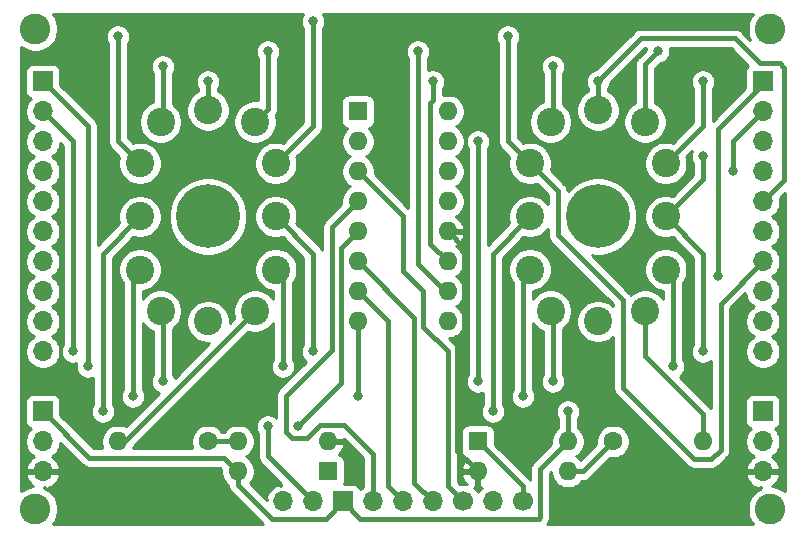
<source format=gbr>
%TF.GenerationSoftware,KiCad,Pcbnew,(5.1.6)-1*%
%TF.CreationDate,2021-12-10T20:44:56+09:00*%
%TF.ProjectId,nixie-kit-1,6e697869-652d-46b6-9974-2d312e6b6963,rev?*%
%TF.SameCoordinates,Original*%
%TF.FileFunction,Copper,L1,Top*%
%TF.FilePolarity,Positive*%
%FSLAX46Y46*%
G04 Gerber Fmt 4.6, Leading zero omitted, Abs format (unit mm)*
G04 Created by KiCad (PCBNEW (5.1.6)-1) date 2021-12-10 20:44:56*
%MOMM*%
%LPD*%
G01*
G04 APERTURE LIST*
%TA.AperFunction,ComponentPad*%
%ADD10C,2.600000*%
%TD*%
%TA.AperFunction,ComponentPad*%
%ADD11C,1.700000*%
%TD*%
%TA.AperFunction,ComponentPad*%
%ADD12O,1.700000X1.700000*%
%TD*%
%TA.AperFunction,ComponentPad*%
%ADD13R,1.700000X1.700000*%
%TD*%
%TA.AperFunction,ComponentPad*%
%ADD14R,1.600000X1.600000*%
%TD*%
%TA.AperFunction,ComponentPad*%
%ADD15O,1.600000X1.600000*%
%TD*%
%TA.AperFunction,ComponentPad*%
%ADD16C,2.400000*%
%TD*%
%TA.AperFunction,ComponentPad*%
%ADD17C,5.400000*%
%TD*%
%TA.AperFunction,ComponentPad*%
%ADD18C,1.600000*%
%TD*%
%TA.AperFunction,ViaPad*%
%ADD19C,0.800000*%
%TD*%
%TA.AperFunction,Conductor*%
%ADD20C,0.400000*%
%TD*%
%TA.AperFunction,Conductor*%
%ADD21C,0.254000*%
%TD*%
G04 APERTURE END LIST*
D10*
%TO.P,REF\u002A\u002A,1*%
%TO.N,N/C*%
X83185000Y-71755000D03*
%TD*%
%TO.P,REF\u002A\u002A,1*%
%TO.N,N/C*%
X145415000Y-71755000D03*
%TD*%
%TO.P,REF\u002A\u002A,1*%
%TO.N,N/C*%
X145415000Y-31115000D03*
%TD*%
%TO.P,REF\u002A\u002A,1*%
%TO.N,N/C*%
X83185000Y-31115000D03*
%TD*%
D11*
%TO.P,J1,1*%
%TO.N,Net-(J4-Pad1)*%
X124460000Y-71120000D03*
D12*
%TO.P,J1,2*%
%TO.N,Net-(J4-Pad2)*%
X121920000Y-71120000D03*
%TD*%
D11*
%TO.P,J1,1*%
%TO.N,Net-(J1-Pad1)*%
X119380000Y-71120000D03*
D12*
%TO.P,J1,2*%
%TO.N,Net-(J1-Pad2)*%
X116840000Y-71120000D03*
%TO.P,J1,3*%
%TO.N,Net-(J1-Pad3)*%
X114300000Y-71120000D03*
%TO.P,J1,4*%
%TO.N,Net-(J1-Pad4)*%
X111760000Y-71120000D03*
%TD*%
%TO.P,J2,3*%
%TO.N,GND*%
X104140000Y-71120000D03*
%TO.P,J2,2*%
%TO.N,VCC*%
X106680000Y-71120000D03*
D13*
%TO.P,J2,1*%
%TO.N,Net-(J2-Pad1)*%
X109220000Y-71120000D03*
%TD*%
D14*
%TO.P,U2,1*%
%TO.N,Net-(J4-Pad2)*%
X107950000Y-68580000D03*
D15*
%TO.P,U2,3*%
%TO.N,Net-(R1-Pad1)*%
X100330000Y-66040000D03*
%TO.P,U2,2*%
%TO.N,GND*%
X107950000Y-66040000D03*
%TO.P,U2,4*%
%TO.N,Net-(J2-Pad1)*%
X100330000Y-68580000D03*
%TD*%
D14*
%TO.P,U3,1*%
%TO.N,Net-(J4-Pad1)*%
X120650000Y-66040000D03*
D15*
%TO.P,U3,3*%
%TO.N,Net-(R2-Pad1)*%
X128270000Y-68580000D03*
%TO.P,U3,2*%
%TO.N,GND*%
X120650000Y-68580000D03*
%TO.P,U3,4*%
%TO.N,Net-(J2-Pad1)*%
X128270000Y-66040000D03*
%TD*%
D12*
%TO.P,J5,3*%
%TO.N,GND*%
X144780000Y-68580000D03*
%TO.P,J5,2*%
%TO.N,VCC*%
X144780000Y-66040000D03*
D13*
%TO.P,J5,1*%
%TO.N,Net-(J2-Pad1)*%
X144780000Y-63500000D03*
%TD*%
%TO.P,J3,1*%
%TO.N,Net-(J2-Pad1)*%
X83820000Y-63500000D03*
D12*
%TO.P,J3,2*%
%TO.N,VCC*%
X83820000Y-66040000D03*
%TO.P,J3,3*%
%TO.N,GND*%
X83820000Y-68580000D03*
%TD*%
%TO.P,J4,10*%
%TO.N,Net-(J3-Pad10)*%
X144780000Y-58420000D03*
%TO.P,J4,9*%
%TO.N,Net-(J3-Pad9)*%
X144780000Y-55880000D03*
%TO.P,J4,8*%
%TO.N,Net-(J3-Pad8)*%
X144780000Y-53340000D03*
%TO.P,J4,7*%
%TO.N,Net-(J3-Pad7)*%
X144780000Y-50800000D03*
%TO.P,J4,6*%
%TO.N,Net-(J3-Pad6)*%
X144780000Y-48260000D03*
%TO.P,J4,5*%
%TO.N,Net-(J3-Pad5)*%
X144780000Y-45720000D03*
%TO.P,J4,4*%
%TO.N,Net-(J3-Pad4)*%
X144780000Y-43180000D03*
%TO.P,J4,3*%
%TO.N,Net-(J3-Pad3)*%
X144780000Y-40640000D03*
%TO.P,J4,2*%
%TO.N,Net-(J3-Pad2)*%
X144780000Y-38100000D03*
D13*
%TO.P,J4,1*%
%TO.N,Net-(J3-Pad1)*%
X144780000Y-35560000D03*
%TD*%
%TO.P,J2,1*%
%TO.N,Net-(J3-Pad1)*%
X83820000Y-35560000D03*
D12*
%TO.P,J2,2*%
%TO.N,Net-(J3-Pad2)*%
X83820000Y-38100000D03*
%TO.P,J2,3*%
%TO.N,Net-(J3-Pad3)*%
X83820000Y-40640000D03*
%TO.P,J2,4*%
%TO.N,Net-(J3-Pad4)*%
X83820000Y-43180000D03*
%TO.P,J2,5*%
%TO.N,Net-(J3-Pad5)*%
X83820000Y-45720000D03*
%TO.P,J2,6*%
%TO.N,Net-(J3-Pad6)*%
X83820000Y-48260000D03*
%TO.P,J2,7*%
%TO.N,Net-(J3-Pad7)*%
X83820000Y-50800000D03*
%TO.P,J2,8*%
%TO.N,Net-(J3-Pad8)*%
X83820000Y-53340000D03*
%TO.P,J2,9*%
%TO.N,Net-(J3-Pad9)*%
X83820000Y-55880000D03*
%TO.P,J2,10*%
%TO.N,Net-(J3-Pad10)*%
X83820000Y-58420000D03*
%TD*%
D16*
%TO.P,N1,0*%
%TO.N,Net-(J3-Pad1)*%
X103540000Y-51490000D03*
%TO.P,N1,1*%
%TO.N,Net-(J3-Pad10)*%
X93790000Y-54990000D03*
%TO.P,N1,2*%
%TO.N,Net-(J3-Pad9)*%
X92040000Y-51490000D03*
%TO.P,N1,3*%
%TO.N,Net-(J3-Pad8)*%
X92040000Y-46990000D03*
%TO.P,N1,4*%
%TO.N,Net-(J3-Pad7)*%
X92040000Y-42490000D03*
%TO.P,N1,5*%
%TO.N,Net-(J3-Pad6)*%
X93790000Y-38990000D03*
%TO.P,N1,6*%
%TO.N,Net-(J3-Pad5)*%
X97790000Y-37990000D03*
%TO.P,N1,7*%
%TO.N,Net-(J3-Pad4)*%
X101790000Y-38990000D03*
%TO.P,N1,8*%
%TO.N,Net-(J3-Pad3)*%
X103540000Y-42490000D03*
%TO.P,N1,9*%
%TO.N,Net-(J3-Pad2)*%
X103540000Y-46990000D03*
%TO.P,N1,A*%
%TO.N,Net-(N1-PadA)*%
X101790000Y-54990000D03*
%TO.P,N1,B*%
%TO.N,N/C*%
X97790000Y-55880000D03*
D17*
X97790000Y-46990000D03*
%TD*%
%TO.P,N2,C*%
%TO.N,N/C*%
X130810000Y-46990000D03*
D16*
%TO.P,N2,B*%
X130810000Y-55880000D03*
%TO.P,N2,0*%
%TO.N,Net-(J3-Pad1)*%
X136560000Y-51490000D03*
%TO.P,N2,1*%
%TO.N,Net-(J3-Pad10)*%
X126810000Y-54990000D03*
%TO.P,N2,2*%
%TO.N,Net-(J3-Pad9)*%
X125060000Y-51490000D03*
%TO.P,N2,3*%
%TO.N,Net-(J3-Pad8)*%
X125060000Y-46990000D03*
%TO.P,N2,4*%
%TO.N,Net-(J3-Pad7)*%
X125060000Y-42490000D03*
%TO.P,N2,5*%
%TO.N,Net-(J3-Pad6)*%
X126810000Y-38990000D03*
%TO.P,N2,6*%
%TO.N,Net-(J3-Pad5)*%
X130810000Y-37990000D03*
%TO.P,N2,7*%
%TO.N,Net-(J3-Pad4)*%
X134810000Y-38990000D03*
%TO.P,N2,8*%
%TO.N,Net-(J3-Pad3)*%
X136560000Y-42490000D03*
%TO.P,N2,9*%
%TO.N,Net-(J3-Pad2)*%
X136560000Y-46990000D03*
%TO.P,N2,A*%
%TO.N,Net-(N2-PadA)*%
X134810000Y-54990000D03*
%TD*%
D18*
%TO.P,R1,1*%
%TO.N,Net-(R1-Pad1)*%
X97790000Y-66040000D03*
D15*
%TO.P,R1,2*%
%TO.N,Net-(N1-PadA)*%
X90170000Y-66040000D03*
%TD*%
%TO.P,R2,2*%
%TO.N,Net-(N2-PadA)*%
X139700000Y-66040000D03*
D18*
%TO.P,R2,1*%
%TO.N,Net-(R2-Pad1)*%
X132080000Y-66040000D03*
%TD*%
D14*
%TO.P,U1,1*%
%TO.N,Net-(J3-Pad3)*%
X110490000Y-38100000D03*
D15*
%TO.P,U1,9*%
%TO.N,Net-(J3-Pad8)*%
X118110000Y-55880000D03*
%TO.P,U1,2*%
%TO.N,Net-(J3-Pad2)*%
X110490000Y-40640000D03*
%TO.P,U1,10*%
%TO.N,Net-(J3-Pad4)*%
X118110000Y-53340000D03*
%TO.P,U1,3*%
%TO.N,Net-(J1-Pad1)*%
X110490000Y-43180000D03*
%TO.P,U1,11*%
%TO.N,Net-(J3-Pad5)*%
X118110000Y-50800000D03*
%TO.P,U1,4*%
%TO.N,Net-(J1-Pad4)*%
X110490000Y-45720000D03*
%TO.P,U1,12*%
%TO.N,GND*%
X118110000Y-48260000D03*
%TO.P,U1,5*%
%TO.N,VCC*%
X110490000Y-48260000D03*
%TO.P,U1,13*%
%TO.N,Net-(J3-Pad7)*%
X118110000Y-45720000D03*
%TO.P,U1,6*%
%TO.N,Net-(J1-Pad2)*%
X110490000Y-50800000D03*
%TO.P,U1,14*%
%TO.N,Net-(J3-Pad6)*%
X118110000Y-43180000D03*
%TO.P,U1,7*%
%TO.N,Net-(J1-Pad3)*%
X110490000Y-53340000D03*
%TO.P,U1,15*%
%TO.N,Net-(J3-Pad10)*%
X118110000Y-40640000D03*
%TO.P,U1,8*%
%TO.N,Net-(J3-Pad9)*%
X110490000Y-55880000D03*
%TO.P,U1,16*%
%TO.N,Net-(J3-Pad1)*%
X118110000Y-38100000D03*
%TD*%
D19*
%TO.N,Net-(J2-Pad1)*%
X128270000Y-63500000D03*
%TO.N,VCC*%
X105410000Y-64770000D03*
X102870000Y-64770000D03*
%TO.N,Net-(J3-Pad1)*%
X140970000Y-52070000D03*
X104140000Y-59690000D03*
X137160000Y-59690000D03*
X87630000Y-59690000D03*
%TO.N,Net-(J3-Pad2)*%
X139700000Y-41910000D03*
X106680000Y-58420000D03*
X139700000Y-58420000D03*
X86360000Y-58420000D03*
X142240000Y-43180000D03*
%TO.N,Net-(J3-Pad3)*%
X106680000Y-30480000D03*
X139700000Y-35560000D03*
%TO.N,Net-(J3-Pad4)*%
X102870000Y-33020000D03*
X135890000Y-33020000D03*
X115570000Y-33020000D03*
%TO.N,Net-(J3-Pad5)*%
X97790000Y-35560000D03*
X130810000Y-35560000D03*
X116840000Y-35560000D03*
%TO.N,Net-(J3-Pad6)*%
X93980000Y-34290000D03*
X127000000Y-34290000D03*
%TO.N,Net-(J3-Pad7)*%
X90170000Y-31750000D03*
X123190000Y-31750000D03*
%TO.N,Net-(J3-Pad8)*%
X88900000Y-63500000D03*
X121920000Y-63500000D03*
%TO.N,Net-(J3-Pad9)*%
X91440000Y-62230000D03*
X124460000Y-62230000D03*
X110490000Y-62230000D03*
%TO.N,Net-(J3-Pad10)*%
X93980000Y-60960000D03*
X127000000Y-60960000D03*
X120650000Y-60960000D03*
X120650000Y-40640000D03*
%TD*%
D20*
%TO.N,Net-(J1-Pad1)*%
X114300000Y-46990000D02*
X114300000Y-51602002D01*
X110490000Y-43180000D02*
X114300000Y-46990000D01*
X116037998Y-53340000D02*
X116037998Y-56347998D01*
X114300000Y-51602002D02*
X116037998Y-53340000D01*
X116037998Y-56347998D02*
X118110000Y-58420000D01*
X119380000Y-71120000D02*
X118110000Y-69850000D01*
X118110000Y-69850000D02*
X118110000Y-58420000D01*
%TO.N,Net-(J1-Pad2)*%
X110490000Y-50800000D02*
X115237988Y-55547988D01*
X115237988Y-69517988D02*
X115237988Y-55547988D01*
X116840000Y-71120000D02*
X115237988Y-69517988D01*
%TO.N,Net-(J1-Pad3)*%
X110490000Y-53340000D02*
X113030000Y-55880000D01*
X113030000Y-69850000D02*
X114300000Y-71120000D01*
X113030000Y-55880000D02*
X113030000Y-69850000D01*
%TO.N,Net-(J1-Pad4)*%
X108289989Y-47920011D02*
X110490000Y-45720000D01*
X108289989Y-58290013D02*
X108289989Y-47920011D01*
X104409999Y-62170003D02*
X108289989Y-58290013D01*
X104409999Y-65250001D02*
X104409999Y-62170003D01*
X104929999Y-65770001D02*
X104409999Y-65250001D01*
X106147997Y-65770001D02*
X104929999Y-65770001D01*
X107277999Y-64639999D02*
X106147997Y-65770001D01*
X109300001Y-64639999D02*
X107277999Y-64639999D01*
X111760000Y-67099998D02*
X109300001Y-64639999D01*
X111760000Y-71120000D02*
X111760000Y-67099998D01*
%TO.N,Net-(J2-Pad1)*%
X99190001Y-67440001D02*
X100330000Y-68580000D01*
X87760001Y-67440001D02*
X99190001Y-67440001D01*
X83820000Y-63500000D02*
X87760001Y-67440001D01*
X128270000Y-63500000D02*
X128270000Y-66040000D01*
X103188631Y-72570001D02*
X107769999Y-72570001D01*
X100330000Y-69711370D02*
X103188631Y-72570001D01*
X107769999Y-72570001D02*
X109220000Y-71120000D01*
X100330000Y-68580000D02*
X100330000Y-69711370D01*
X125910001Y-68399999D02*
X128270000Y-66040000D01*
X125910001Y-72450001D02*
X125910001Y-68399999D01*
X125790001Y-72570001D02*
X125910001Y-72450001D01*
X110670001Y-72570001D02*
X125790001Y-72570001D01*
X109220000Y-71120000D02*
X110670001Y-72570001D01*
%TO.N,VCC*%
X109089999Y-49660001D02*
X110490000Y-48260000D01*
X109089999Y-61090001D02*
X109089999Y-49660001D01*
X105410000Y-64770000D02*
X109089999Y-61090001D01*
X106678614Y-71120000D02*
X106680000Y-71120000D01*
X102870000Y-67310000D02*
X106680000Y-71120000D01*
X102870000Y-64770000D02*
X102870000Y-67310000D01*
%TO.N,GND*%
X118910010Y-66840010D02*
X120650000Y-68580000D01*
X119510001Y-57488635D02*
X118910010Y-58088626D01*
X118910010Y-58088626D02*
X118910010Y-66840010D01*
X119510001Y-49660001D02*
X119510001Y-57488635D01*
X118110000Y-48260000D02*
X119510001Y-49660001D01*
%TO.N,Net-(J3-Pad1)*%
X104140000Y-52090000D02*
X103540000Y-51490000D01*
X104140000Y-59690000D02*
X104140000Y-52090000D01*
X87630000Y-39370000D02*
X87630000Y-59690000D01*
X83820000Y-35560000D02*
X87630000Y-39370000D01*
X137160000Y-52090000D02*
X137160000Y-59690000D01*
X136560000Y-51490000D02*
X137160000Y-52090000D01*
X144780000Y-35805998D02*
X144780000Y-35560000D01*
X140970000Y-39615998D02*
X144780000Y-35805998D01*
X140970000Y-52070000D02*
X140970000Y-39615998D01*
%TO.N,Net-(J3-Pad2)*%
X106680000Y-50130000D02*
X103540000Y-46990000D01*
X106680000Y-58420000D02*
X106680000Y-50130000D01*
X139700000Y-50130000D02*
X136560000Y-46990000D01*
X139700000Y-58420000D02*
X139700000Y-50130000D01*
X86360000Y-40640000D02*
X86360000Y-58420000D01*
X83820000Y-38100000D02*
X86360000Y-40640000D01*
X139700000Y-43850000D02*
X139700000Y-41910000D01*
X136560000Y-46990000D02*
X139700000Y-43850000D01*
X142240000Y-40640000D02*
X144780000Y-38100000D01*
X142240000Y-43180000D02*
X142240000Y-40640000D01*
%TO.N,Net-(J3-Pad3)*%
X136560000Y-42490000D02*
X139700000Y-39350000D01*
X106680000Y-39350000D02*
X103540000Y-42490000D01*
X106680000Y-30480000D02*
X106680000Y-39350000D01*
X139700000Y-35560000D02*
X139700000Y-39350000D01*
%TO.N,Net-(J3-Pad4)*%
X134810000Y-34100000D02*
X135890000Y-33020000D01*
X134810000Y-38990000D02*
X134810000Y-34100000D01*
X102870000Y-37910000D02*
X101790000Y-38990000D01*
X102870000Y-33020000D02*
X102870000Y-37910000D01*
X117899998Y-53340000D02*
X118110000Y-53340000D01*
X115570000Y-51010002D02*
X117899998Y-53340000D01*
X115570000Y-33020000D02*
X115570000Y-51010002D01*
%TO.N,Net-(J3-Pad5)*%
X130810000Y-37990000D02*
X130810000Y-35560000D01*
X97790000Y-35560000D02*
X97790000Y-37990000D01*
X146594990Y-43905010D02*
X144780000Y-45720000D01*
X146594990Y-34414988D02*
X146594990Y-43905010D01*
X146190001Y-34009999D02*
X146594990Y-34414988D01*
X144499999Y-34009999D02*
X146190001Y-34009999D01*
X142409999Y-31919999D02*
X144499999Y-34009999D01*
X134450001Y-31919999D02*
X142409999Y-31919999D01*
X130810000Y-35560000D02*
X134450001Y-31919999D01*
X116609999Y-49299999D02*
X118110000Y-50800000D01*
X116609999Y-37379999D02*
X116609999Y-49299999D01*
X116840000Y-37149998D02*
X116609999Y-37379999D01*
X116840000Y-35560000D02*
X116840000Y-37149998D01*
%TO.N,Net-(J3-Pad6)*%
X127000000Y-38800000D02*
X126810000Y-38990000D01*
X127000000Y-34290000D02*
X127000000Y-38800000D01*
X93980000Y-38800000D02*
X93790000Y-38990000D01*
X93980000Y-34290000D02*
X93980000Y-38800000D01*
%TO.N,Net-(J3-Pad7)*%
X123190000Y-40620000D02*
X125060000Y-42490000D01*
X123190000Y-31750000D02*
X123190000Y-40620000D01*
X90170000Y-40620000D02*
X92040000Y-42490000D01*
X90170000Y-31750000D02*
X90170000Y-40620000D01*
X140420001Y-67540001D02*
X141200001Y-66760001D01*
X138979999Y-67540001D02*
X140420001Y-67540001D01*
X132909999Y-61470001D02*
X138979999Y-67540001D01*
X132909999Y-54077999D02*
X132909999Y-61470001D01*
X141200001Y-66760001D02*
X141200001Y-54379999D01*
X127409999Y-44839999D02*
X127409999Y-48577999D01*
X141200001Y-54379999D02*
X144780000Y-50800000D01*
X127409999Y-48577999D02*
X132909999Y-54077999D01*
X125060000Y-42490000D02*
X127409999Y-44839999D01*
%TO.N,Net-(J3-Pad8)*%
X88900000Y-50130000D02*
X92040000Y-46990000D01*
X88900000Y-63500000D02*
X88900000Y-50130000D01*
X121920000Y-50130000D02*
X125060000Y-46990000D01*
X121920000Y-63500000D02*
X121920000Y-50130000D01*
%TO.N,Net-(J3-Pad9)*%
X91440000Y-52090000D02*
X92040000Y-51490000D01*
X91440000Y-62230000D02*
X91440000Y-52090000D01*
X124460000Y-52090000D02*
X125060000Y-51490000D01*
X124460000Y-62230000D02*
X124460000Y-52090000D01*
X110490000Y-55880000D02*
X110490000Y-62230000D01*
%TO.N,Net-(J3-Pad10)*%
X93980000Y-55180000D02*
X93790000Y-54990000D01*
X93980000Y-60960000D02*
X93980000Y-55180000D01*
X127000000Y-55180000D02*
X126810000Y-54990000D01*
X127000000Y-60960000D02*
X127000000Y-55180000D01*
X120650000Y-60960000D02*
X120650000Y-40640000D01*
%TO.N,Net-(J4-Pad1)*%
X124460000Y-69850000D02*
X124460000Y-71120000D01*
X120650000Y-66040000D02*
X124460000Y-69850000D01*
%TO.N,Net-(J4-Pad2)*%
X122050001Y-70989999D02*
X121920000Y-71120000D01*
%TO.N,Net-(N1-PadA)*%
X90740000Y-66040000D02*
X90170000Y-66040000D01*
X101790000Y-54990000D02*
X90740000Y-66040000D01*
%TO.N,Net-(N2-PadA)*%
X134810000Y-58820002D02*
X139700000Y-63710002D01*
X139700000Y-63710002D02*
X139700000Y-66040000D01*
X134810000Y-54990000D02*
X134810000Y-58820002D01*
%TO.N,Net-(R1-Pad1)*%
X97790000Y-66040000D02*
X100330000Y-66040000D01*
%TO.N,Net-(R2-Pad1)*%
X129540000Y-68580000D02*
X132080000Y-66040000D01*
X128270000Y-68580000D02*
X129540000Y-68580000D01*
%TD*%
D21*
%TO.N,GND*%
G36*
X105762795Y-29989744D02*
G01*
X105684774Y-30178102D01*
X105645000Y-30378061D01*
X105645000Y-30581939D01*
X105684774Y-30781898D01*
X105762795Y-30970256D01*
X105845000Y-31093285D01*
X105845001Y-39004130D01*
X104109449Y-40739684D01*
X104075250Y-40725518D01*
X103720732Y-40655000D01*
X103359268Y-40655000D01*
X103004750Y-40725518D01*
X102670801Y-40863844D01*
X102370256Y-41064662D01*
X102114662Y-41320256D01*
X101913844Y-41620801D01*
X101775518Y-41954750D01*
X101705000Y-42309268D01*
X101705000Y-42670732D01*
X101775518Y-43025250D01*
X101913844Y-43359199D01*
X102114662Y-43659744D01*
X102370256Y-43915338D01*
X102670801Y-44116156D01*
X103004750Y-44254482D01*
X103359268Y-44325000D01*
X103720732Y-44325000D01*
X104075250Y-44254482D01*
X104409199Y-44116156D01*
X104709744Y-43915338D01*
X104965338Y-43659744D01*
X105166156Y-43359199D01*
X105304482Y-43025250D01*
X105375000Y-42670732D01*
X105375000Y-42309268D01*
X105304482Y-41954750D01*
X105290316Y-41920551D01*
X107241432Y-39969437D01*
X107273291Y-39943291D01*
X107342304Y-39859199D01*
X107377636Y-39816146D01*
X107455172Y-39671087D01*
X107481286Y-39585000D01*
X107502918Y-39513689D01*
X107515000Y-39391019D01*
X107515000Y-39391018D01*
X107519040Y-39350000D01*
X107515000Y-39308982D01*
X107515000Y-31093285D01*
X107597205Y-30970256D01*
X107675226Y-30781898D01*
X107715000Y-30581939D01*
X107715000Y-30378061D01*
X107675226Y-30178102D01*
X107597205Y-29989744D01*
X107517195Y-29870000D01*
X143923496Y-29870000D01*
X143911987Y-29881509D01*
X143700225Y-30198434D01*
X143554361Y-30550581D01*
X143480000Y-30924419D01*
X143480000Y-31305581D01*
X143554361Y-31679419D01*
X143698663Y-32027796D01*
X143029445Y-31358578D01*
X143003290Y-31326708D01*
X142876145Y-31222363D01*
X142731086Y-31144827D01*
X142573688Y-31097081D01*
X142451018Y-31084999D01*
X142451017Y-31084999D01*
X142409999Y-31080959D01*
X142368981Y-31084999D01*
X134491019Y-31084999D01*
X134450001Y-31080959D01*
X134408983Y-31084999D01*
X134408982Y-31084999D01*
X134286312Y-31097081D01*
X134145572Y-31139774D01*
X134128914Y-31144827D01*
X133983855Y-31222363D01*
X133908827Y-31283937D01*
X133856710Y-31326708D01*
X133830564Y-31358567D01*
X130653225Y-34535907D01*
X130508102Y-34564774D01*
X130319744Y-34642795D01*
X130150226Y-34756063D01*
X130006063Y-34900226D01*
X129892795Y-35069744D01*
X129814774Y-35258102D01*
X129775000Y-35458061D01*
X129775000Y-35661939D01*
X129814774Y-35861898D01*
X129892795Y-36050256D01*
X129975001Y-36173286D01*
X129975001Y-36349678D01*
X129940801Y-36363844D01*
X129640256Y-36564662D01*
X129384662Y-36820256D01*
X129183844Y-37120801D01*
X129045518Y-37454750D01*
X128975000Y-37809268D01*
X128975000Y-38170732D01*
X129045518Y-38525250D01*
X129183844Y-38859199D01*
X129384662Y-39159744D01*
X129640256Y-39415338D01*
X129940801Y-39616156D01*
X130274750Y-39754482D01*
X130629268Y-39825000D01*
X130990732Y-39825000D01*
X131345250Y-39754482D01*
X131679199Y-39616156D01*
X131979744Y-39415338D01*
X132235338Y-39159744D01*
X132436156Y-38859199D01*
X132574482Y-38525250D01*
X132645000Y-38170732D01*
X132645000Y-37809268D01*
X132574482Y-37454750D01*
X132436156Y-37120801D01*
X132235338Y-36820256D01*
X131979744Y-36564662D01*
X131679199Y-36363844D01*
X131645000Y-36349678D01*
X131645000Y-36173285D01*
X131727205Y-36050256D01*
X131805226Y-35861898D01*
X131834093Y-35716775D01*
X134795870Y-32754999D01*
X134887435Y-32754999D01*
X134865908Y-32863224D01*
X134248574Y-33480559D01*
X134216710Y-33506709D01*
X134190562Y-33538571D01*
X134112364Y-33633855D01*
X134034828Y-33778914D01*
X133987082Y-33936312D01*
X133970960Y-34100000D01*
X133975001Y-34141028D01*
X133975000Y-37349678D01*
X133940801Y-37363844D01*
X133640256Y-37564662D01*
X133384662Y-37820256D01*
X133183844Y-38120801D01*
X133045518Y-38454750D01*
X132975000Y-38809268D01*
X132975000Y-39170732D01*
X133045518Y-39525250D01*
X133183844Y-39859199D01*
X133384662Y-40159744D01*
X133640256Y-40415338D01*
X133940801Y-40616156D01*
X134274750Y-40754482D01*
X134629268Y-40825000D01*
X134990732Y-40825000D01*
X135345250Y-40754482D01*
X135679199Y-40616156D01*
X135979744Y-40415338D01*
X136235338Y-40159744D01*
X136436156Y-39859199D01*
X136574482Y-39525250D01*
X136645000Y-39170732D01*
X136645000Y-38809268D01*
X136574482Y-38454750D01*
X136436156Y-38120801D01*
X136235338Y-37820256D01*
X135979744Y-37564662D01*
X135679199Y-37363844D01*
X135645000Y-37349678D01*
X135645000Y-34445867D01*
X136046776Y-34044092D01*
X136191898Y-34015226D01*
X136380256Y-33937205D01*
X136549774Y-33823937D01*
X136693937Y-33679774D01*
X136807205Y-33510256D01*
X136885226Y-33321898D01*
X136925000Y-33121939D01*
X136925000Y-32918061D01*
X136892565Y-32754999D01*
X142064132Y-32754999D01*
X143527771Y-34218638D01*
X143478815Y-34258815D01*
X143399463Y-34355506D01*
X143340498Y-34465820D01*
X143304188Y-34585518D01*
X143291928Y-34710000D01*
X143291928Y-36113201D01*
X140535000Y-38870131D01*
X140535000Y-36173285D01*
X140617205Y-36050256D01*
X140695226Y-35861898D01*
X140735000Y-35661939D01*
X140735000Y-35458061D01*
X140695226Y-35258102D01*
X140617205Y-35069744D01*
X140503937Y-34900226D01*
X140359774Y-34756063D01*
X140190256Y-34642795D01*
X140001898Y-34564774D01*
X139801939Y-34525000D01*
X139598061Y-34525000D01*
X139398102Y-34564774D01*
X139209744Y-34642795D01*
X139040226Y-34756063D01*
X138896063Y-34900226D01*
X138782795Y-35069744D01*
X138704774Y-35258102D01*
X138665000Y-35458061D01*
X138665000Y-35661939D01*
X138704774Y-35861898D01*
X138782795Y-36050256D01*
X138865000Y-36173285D01*
X138865001Y-39004130D01*
X137129449Y-40739684D01*
X137095250Y-40725518D01*
X136740732Y-40655000D01*
X136379268Y-40655000D01*
X136024750Y-40725518D01*
X135690801Y-40863844D01*
X135390256Y-41064662D01*
X135134662Y-41320256D01*
X134933844Y-41620801D01*
X134795518Y-41954750D01*
X134725000Y-42309268D01*
X134725000Y-42670732D01*
X134795518Y-43025250D01*
X134933844Y-43359199D01*
X135134662Y-43659744D01*
X135390256Y-43915338D01*
X135690801Y-44116156D01*
X136024750Y-44254482D01*
X136379268Y-44325000D01*
X136740732Y-44325000D01*
X137095250Y-44254482D01*
X137429199Y-44116156D01*
X137729744Y-43915338D01*
X137985338Y-43659744D01*
X138186156Y-43359199D01*
X138324482Y-43025250D01*
X138395000Y-42670732D01*
X138395000Y-42309268D01*
X138324482Y-41954750D01*
X138310316Y-41920551D01*
X138762763Y-41468105D01*
X138704774Y-41608102D01*
X138665000Y-41808061D01*
X138665000Y-42011939D01*
X138704774Y-42211898D01*
X138782795Y-42400256D01*
X138865001Y-42523286D01*
X138865000Y-43504131D01*
X137129449Y-45239684D01*
X137095250Y-45225518D01*
X136740732Y-45155000D01*
X136379268Y-45155000D01*
X136024750Y-45225518D01*
X135690801Y-45363844D01*
X135390256Y-45564662D01*
X135134662Y-45820256D01*
X134933844Y-46120801D01*
X134795518Y-46454750D01*
X134725000Y-46809268D01*
X134725000Y-47170732D01*
X134795518Y-47525250D01*
X134933844Y-47859199D01*
X135134662Y-48159744D01*
X135390256Y-48415338D01*
X135690801Y-48616156D01*
X136024750Y-48754482D01*
X136379268Y-48825000D01*
X136740732Y-48825000D01*
X137095250Y-48754482D01*
X137129449Y-48740316D01*
X138865001Y-50475870D01*
X138865000Y-57806715D01*
X138782795Y-57929744D01*
X138704774Y-58118102D01*
X138665000Y-58318061D01*
X138665000Y-58521939D01*
X138704774Y-58721898D01*
X138782795Y-58910256D01*
X138896063Y-59079774D01*
X139040226Y-59223937D01*
X139209744Y-59337205D01*
X139398102Y-59415226D01*
X139598061Y-59455000D01*
X139801939Y-59455000D01*
X140001898Y-59415226D01*
X140190256Y-59337205D01*
X140359774Y-59223937D01*
X140365002Y-59218709D01*
X140365001Y-63204090D01*
X140293291Y-63116711D01*
X140261428Y-63090562D01*
X137726875Y-60556010D01*
X137819774Y-60493937D01*
X137963937Y-60349774D01*
X138077205Y-60180256D01*
X138155226Y-59991898D01*
X138195000Y-59791939D01*
X138195000Y-59588061D01*
X138155226Y-59388102D01*
X138077205Y-59199744D01*
X137995000Y-59076715D01*
X137995000Y-52645284D01*
X138186156Y-52359199D01*
X138324482Y-52025250D01*
X138395000Y-51670732D01*
X138395000Y-51309268D01*
X138324482Y-50954750D01*
X138186156Y-50620801D01*
X137985338Y-50320256D01*
X137729744Y-50064662D01*
X137429199Y-49863844D01*
X137095250Y-49725518D01*
X136740732Y-49655000D01*
X136379268Y-49655000D01*
X136024750Y-49725518D01*
X135690801Y-49863844D01*
X135390256Y-50064662D01*
X135134662Y-50320256D01*
X134933844Y-50620801D01*
X134795518Y-50954750D01*
X134725000Y-51309268D01*
X134725000Y-51670732D01*
X134795518Y-52025250D01*
X134933844Y-52359199D01*
X135134662Y-52659744D01*
X135390256Y-52915338D01*
X135690801Y-53116156D01*
X136024750Y-53254482D01*
X136325000Y-53314205D01*
X136325000Y-53954445D01*
X136235338Y-53820256D01*
X135979744Y-53564662D01*
X135679199Y-53363844D01*
X135345250Y-53225518D01*
X134990732Y-53155000D01*
X134629268Y-53155000D01*
X134274750Y-53225518D01*
X133940801Y-53363844D01*
X133640256Y-53564662D01*
X133601068Y-53603850D01*
X133529438Y-53516569D01*
X133529436Y-53516567D01*
X133503290Y-53484708D01*
X133471432Y-53458563D01*
X130302196Y-50289328D01*
X130481531Y-50325000D01*
X131138469Y-50325000D01*
X131782784Y-50196838D01*
X132389715Y-49945439D01*
X132935939Y-49580464D01*
X133400464Y-49115939D01*
X133765439Y-48569715D01*
X134016838Y-47962784D01*
X134145000Y-47318469D01*
X134145000Y-46661531D01*
X134016838Y-46017216D01*
X133765439Y-45410285D01*
X133400464Y-44864061D01*
X132935939Y-44399536D01*
X132389715Y-44034561D01*
X131782784Y-43783162D01*
X131138469Y-43655000D01*
X130481531Y-43655000D01*
X129837216Y-43783162D01*
X129230285Y-44034561D01*
X128684061Y-44399536D01*
X128248550Y-44835047D01*
X128244999Y-44798990D01*
X128244999Y-44798980D01*
X128232917Y-44676310D01*
X128185171Y-44518912D01*
X128107635Y-44373853D01*
X128003290Y-44246708D01*
X127971427Y-44220559D01*
X126810316Y-43059449D01*
X126824482Y-43025250D01*
X126895000Y-42670732D01*
X126895000Y-42309268D01*
X126824482Y-41954750D01*
X126686156Y-41620801D01*
X126485338Y-41320256D01*
X126229744Y-41064662D01*
X125929199Y-40863844D01*
X125595250Y-40725518D01*
X125240732Y-40655000D01*
X124879268Y-40655000D01*
X124524750Y-40725518D01*
X124490551Y-40739684D01*
X124025000Y-40274133D01*
X124025000Y-38809268D01*
X124975000Y-38809268D01*
X124975000Y-39170732D01*
X125045518Y-39525250D01*
X125183844Y-39859199D01*
X125384662Y-40159744D01*
X125640256Y-40415338D01*
X125940801Y-40616156D01*
X126274750Y-40754482D01*
X126629268Y-40825000D01*
X126990732Y-40825000D01*
X127345250Y-40754482D01*
X127679199Y-40616156D01*
X127979744Y-40415338D01*
X128235338Y-40159744D01*
X128436156Y-39859199D01*
X128574482Y-39525250D01*
X128645000Y-39170732D01*
X128645000Y-38809268D01*
X128574482Y-38454750D01*
X128436156Y-38120801D01*
X128235338Y-37820256D01*
X127979744Y-37564662D01*
X127835000Y-37467947D01*
X127835000Y-34903285D01*
X127917205Y-34780256D01*
X127995226Y-34591898D01*
X128035000Y-34391939D01*
X128035000Y-34188061D01*
X127995226Y-33988102D01*
X127917205Y-33799744D01*
X127803937Y-33630226D01*
X127659774Y-33486063D01*
X127490256Y-33372795D01*
X127301898Y-33294774D01*
X127101939Y-33255000D01*
X126898061Y-33255000D01*
X126698102Y-33294774D01*
X126509744Y-33372795D01*
X126340226Y-33486063D01*
X126196063Y-33630226D01*
X126082795Y-33799744D01*
X126004774Y-33988102D01*
X125965000Y-34188061D01*
X125965000Y-34391939D01*
X126004774Y-34591898D01*
X126082795Y-34780256D01*
X126165000Y-34903285D01*
X126165001Y-37270978D01*
X125940801Y-37363844D01*
X125640256Y-37564662D01*
X125384662Y-37820256D01*
X125183844Y-38120801D01*
X125045518Y-38454750D01*
X124975000Y-38809268D01*
X124025000Y-38809268D01*
X124025000Y-32363285D01*
X124107205Y-32240256D01*
X124185226Y-32051898D01*
X124225000Y-31851939D01*
X124225000Y-31648061D01*
X124185226Y-31448102D01*
X124107205Y-31259744D01*
X123993937Y-31090226D01*
X123849774Y-30946063D01*
X123680256Y-30832795D01*
X123491898Y-30754774D01*
X123291939Y-30715000D01*
X123088061Y-30715000D01*
X122888102Y-30754774D01*
X122699744Y-30832795D01*
X122530226Y-30946063D01*
X122386063Y-31090226D01*
X122272795Y-31259744D01*
X122194774Y-31448102D01*
X122155000Y-31648061D01*
X122155000Y-31851939D01*
X122194774Y-32051898D01*
X122272795Y-32240256D01*
X122355000Y-32363285D01*
X122355001Y-40578971D01*
X122350960Y-40620000D01*
X122367082Y-40783688D01*
X122414828Y-40941086D01*
X122492364Y-41086145D01*
X122492365Y-41086146D01*
X122596710Y-41213291D01*
X122628574Y-41239441D01*
X123309684Y-41920551D01*
X123295518Y-41954750D01*
X123225000Y-42309268D01*
X123225000Y-42670732D01*
X123295518Y-43025250D01*
X123433844Y-43359199D01*
X123634662Y-43659744D01*
X123890256Y-43915338D01*
X124190801Y-44116156D01*
X124524750Y-44254482D01*
X124879268Y-44325000D01*
X125240732Y-44325000D01*
X125595250Y-44254482D01*
X125629449Y-44240316D01*
X126574999Y-45185867D01*
X126574999Y-45954443D01*
X126485338Y-45820256D01*
X126229744Y-45564662D01*
X125929199Y-45363844D01*
X125595250Y-45225518D01*
X125240732Y-45155000D01*
X124879268Y-45155000D01*
X124524750Y-45225518D01*
X124190801Y-45363844D01*
X123890256Y-45564662D01*
X123634662Y-45820256D01*
X123433844Y-46120801D01*
X123295518Y-46454750D01*
X123225000Y-46809268D01*
X123225000Y-47170732D01*
X123295518Y-47525250D01*
X123309683Y-47559448D01*
X121485000Y-49384133D01*
X121485000Y-41253285D01*
X121567205Y-41130256D01*
X121645226Y-40941898D01*
X121685000Y-40741939D01*
X121685000Y-40538061D01*
X121645226Y-40338102D01*
X121567205Y-40149744D01*
X121453937Y-39980226D01*
X121309774Y-39836063D01*
X121140256Y-39722795D01*
X120951898Y-39644774D01*
X120751939Y-39605000D01*
X120548061Y-39605000D01*
X120348102Y-39644774D01*
X120159744Y-39722795D01*
X119990226Y-39836063D01*
X119846063Y-39980226D01*
X119732795Y-40149744D01*
X119654774Y-40338102D01*
X119615000Y-40538061D01*
X119615000Y-40741939D01*
X119654774Y-40941898D01*
X119732795Y-41130256D01*
X119815001Y-41253286D01*
X119815000Y-60346715D01*
X119732795Y-60469744D01*
X119654774Y-60658102D01*
X119615000Y-60858061D01*
X119615000Y-61061939D01*
X119654774Y-61261898D01*
X119732795Y-61450256D01*
X119846063Y-61619774D01*
X119990226Y-61763937D01*
X120159744Y-61877205D01*
X120348102Y-61955226D01*
X120548061Y-61995000D01*
X120751939Y-61995000D01*
X120951898Y-61955226D01*
X121085000Y-61900093D01*
X121085000Y-62886715D01*
X121002795Y-63009744D01*
X120924774Y-63198102D01*
X120885000Y-63398061D01*
X120885000Y-63601939D01*
X120924774Y-63801898D01*
X121002795Y-63990256D01*
X121116063Y-64159774D01*
X121260226Y-64303937D01*
X121429744Y-64417205D01*
X121618102Y-64495226D01*
X121818061Y-64535000D01*
X122021939Y-64535000D01*
X122221898Y-64495226D01*
X122410256Y-64417205D01*
X122579774Y-64303937D01*
X122723937Y-64159774D01*
X122837205Y-63990256D01*
X122915226Y-63801898D01*
X122955000Y-63601939D01*
X122955000Y-63398061D01*
X122915226Y-63198102D01*
X122837205Y-63009744D01*
X122755000Y-62886715D01*
X122755000Y-51309268D01*
X123225000Y-51309268D01*
X123225000Y-51670732D01*
X123295518Y-52025250D01*
X123433844Y-52359199D01*
X123625001Y-52645285D01*
X123625000Y-61616715D01*
X123542795Y-61739744D01*
X123464774Y-61928102D01*
X123425000Y-62128061D01*
X123425000Y-62331939D01*
X123464774Y-62531898D01*
X123542795Y-62720256D01*
X123656063Y-62889774D01*
X123800226Y-63033937D01*
X123969744Y-63147205D01*
X124158102Y-63225226D01*
X124358061Y-63265000D01*
X124561939Y-63265000D01*
X124761898Y-63225226D01*
X124950256Y-63147205D01*
X125119774Y-63033937D01*
X125263937Y-62889774D01*
X125377205Y-62720256D01*
X125455226Y-62531898D01*
X125495000Y-62331939D01*
X125495000Y-62128061D01*
X125455226Y-61928102D01*
X125377205Y-61739744D01*
X125295000Y-61616715D01*
X125295000Y-56025556D01*
X125384662Y-56159744D01*
X125640256Y-56415338D01*
X125940801Y-56616156D01*
X126165001Y-56709022D01*
X126165000Y-60346715D01*
X126082795Y-60469744D01*
X126004774Y-60658102D01*
X125965000Y-60858061D01*
X125965000Y-61061939D01*
X126004774Y-61261898D01*
X126082795Y-61450256D01*
X126196063Y-61619774D01*
X126340226Y-61763937D01*
X126509744Y-61877205D01*
X126698102Y-61955226D01*
X126898061Y-61995000D01*
X127101939Y-61995000D01*
X127301898Y-61955226D01*
X127490256Y-61877205D01*
X127659774Y-61763937D01*
X127803937Y-61619774D01*
X127917205Y-61450256D01*
X127995226Y-61261898D01*
X128035000Y-61061939D01*
X128035000Y-60858061D01*
X127995226Y-60658102D01*
X127917205Y-60469744D01*
X127835000Y-60346715D01*
X127835000Y-56512053D01*
X127979744Y-56415338D01*
X128235338Y-56159744D01*
X128436156Y-55859199D01*
X128574482Y-55525250D01*
X128645000Y-55170732D01*
X128645000Y-54809268D01*
X128574482Y-54454750D01*
X128436156Y-54120801D01*
X128235338Y-53820256D01*
X127979744Y-53564662D01*
X127679199Y-53363844D01*
X127345250Y-53225518D01*
X126990732Y-53155000D01*
X126629268Y-53155000D01*
X126274750Y-53225518D01*
X125940801Y-53363844D01*
X125640256Y-53564662D01*
X125384662Y-53820256D01*
X125295000Y-53954444D01*
X125295000Y-53314205D01*
X125595250Y-53254482D01*
X125929199Y-53116156D01*
X126229744Y-52915338D01*
X126485338Y-52659744D01*
X126686156Y-52359199D01*
X126824482Y-52025250D01*
X126895000Y-51670732D01*
X126895000Y-51309268D01*
X126824482Y-50954750D01*
X126686156Y-50620801D01*
X126485338Y-50320256D01*
X126229744Y-50064662D01*
X125929199Y-49863844D01*
X125595250Y-49725518D01*
X125240732Y-49655000D01*
X124879268Y-49655000D01*
X124524750Y-49725518D01*
X124190801Y-49863844D01*
X123890256Y-50064662D01*
X123634662Y-50320256D01*
X123433844Y-50620801D01*
X123295518Y-50954750D01*
X123225000Y-51309268D01*
X122755000Y-51309268D01*
X122755000Y-50475867D01*
X124490552Y-48740317D01*
X124524750Y-48754482D01*
X124879268Y-48825000D01*
X125240732Y-48825000D01*
X125595250Y-48754482D01*
X125929199Y-48616156D01*
X126229744Y-48415338D01*
X126485338Y-48159744D01*
X126575000Y-48025556D01*
X126575000Y-48536971D01*
X126570959Y-48577999D01*
X126587081Y-48741687D01*
X126634827Y-48899085D01*
X126712363Y-49044144D01*
X126712364Y-49044145D01*
X126816709Y-49171290D01*
X126848573Y-49197440D01*
X132074999Y-54423868D01*
X132074999Y-54549917D01*
X131979744Y-54454662D01*
X131679199Y-54253844D01*
X131345250Y-54115518D01*
X130990732Y-54045000D01*
X130629268Y-54045000D01*
X130274750Y-54115518D01*
X129940801Y-54253844D01*
X129640256Y-54454662D01*
X129384662Y-54710256D01*
X129183844Y-55010801D01*
X129045518Y-55344750D01*
X128975000Y-55699268D01*
X128975000Y-56060732D01*
X129045518Y-56415250D01*
X129183844Y-56749199D01*
X129384662Y-57049744D01*
X129640256Y-57305338D01*
X129940801Y-57506156D01*
X130274750Y-57644482D01*
X130629268Y-57715000D01*
X130990732Y-57715000D01*
X131345250Y-57644482D01*
X131679199Y-57506156D01*
X131979744Y-57305338D01*
X132074999Y-57210083D01*
X132075000Y-61428973D01*
X132070959Y-61470001D01*
X132087081Y-61633689D01*
X132134827Y-61791087D01*
X132212363Y-61936146D01*
X132212364Y-61936147D01*
X132316709Y-62063292D01*
X132348573Y-62089442D01*
X138360558Y-68101428D01*
X138386708Y-68133292D01*
X138513853Y-68237637D01*
X138658912Y-68315173D01*
X138816310Y-68362919D01*
X138938980Y-68375001D01*
X138938990Y-68375001D01*
X138979998Y-68379040D01*
X139021006Y-68375001D01*
X140378983Y-68375001D01*
X140420001Y-68379041D01*
X140461019Y-68375001D01*
X140461020Y-68375001D01*
X140583690Y-68362919D01*
X140741088Y-68315173D01*
X140886147Y-68237637D01*
X141013292Y-68133292D01*
X141039446Y-68101423D01*
X141761434Y-67379437D01*
X141793292Y-67353292D01*
X141830200Y-67308320D01*
X141856468Y-67276312D01*
X141897637Y-67226147D01*
X141975173Y-67081088D01*
X142022919Y-66923690D01*
X142035001Y-66801020D01*
X142035001Y-66801019D01*
X142039041Y-66760001D01*
X142035001Y-66718983D01*
X142035001Y-62650000D01*
X143291928Y-62650000D01*
X143291928Y-64350000D01*
X143304188Y-64474482D01*
X143340498Y-64594180D01*
X143399463Y-64704494D01*
X143478815Y-64801185D01*
X143575506Y-64880537D01*
X143685820Y-64939502D01*
X143758380Y-64961513D01*
X143626525Y-65093368D01*
X143464010Y-65336589D01*
X143352068Y-65606842D01*
X143295000Y-65893740D01*
X143295000Y-66186260D01*
X143352068Y-66473158D01*
X143464010Y-66743411D01*
X143626525Y-66986632D01*
X143833368Y-67193475D01*
X144015534Y-67315195D01*
X143898645Y-67384822D01*
X143682412Y-67579731D01*
X143508359Y-67813080D01*
X143383175Y-68075901D01*
X143338524Y-68223110D01*
X143459845Y-68453000D01*
X144653000Y-68453000D01*
X144653000Y-68433000D01*
X144907000Y-68433000D01*
X144907000Y-68453000D01*
X146100155Y-68453000D01*
X146221476Y-68223110D01*
X146176825Y-68075901D01*
X146051641Y-67813080D01*
X145877588Y-67579731D01*
X145661355Y-67384822D01*
X145544466Y-67315195D01*
X145726632Y-67193475D01*
X145933475Y-66986632D01*
X146095990Y-66743411D01*
X146207932Y-66473158D01*
X146265000Y-66186260D01*
X146265000Y-65893740D01*
X146207932Y-65606842D01*
X146095990Y-65336589D01*
X145933475Y-65093368D01*
X145801620Y-64961513D01*
X145874180Y-64939502D01*
X145984494Y-64880537D01*
X146081185Y-64801185D01*
X146160537Y-64704494D01*
X146219502Y-64594180D01*
X146255812Y-64474482D01*
X146268072Y-64350000D01*
X146268072Y-62650000D01*
X146255812Y-62525518D01*
X146219502Y-62405820D01*
X146160537Y-62295506D01*
X146081185Y-62198815D01*
X145984494Y-62119463D01*
X145874180Y-62060498D01*
X145754482Y-62024188D01*
X145630000Y-62011928D01*
X143930000Y-62011928D01*
X143805518Y-62024188D01*
X143685820Y-62060498D01*
X143575506Y-62119463D01*
X143478815Y-62198815D01*
X143399463Y-62295506D01*
X143340498Y-62405820D01*
X143304188Y-62525518D01*
X143291928Y-62650000D01*
X142035001Y-62650000D01*
X142035001Y-54725866D01*
X143295000Y-53465867D01*
X143295000Y-53486260D01*
X143352068Y-53773158D01*
X143464010Y-54043411D01*
X143626525Y-54286632D01*
X143833368Y-54493475D01*
X144007760Y-54610000D01*
X143833368Y-54726525D01*
X143626525Y-54933368D01*
X143464010Y-55176589D01*
X143352068Y-55446842D01*
X143295000Y-55733740D01*
X143295000Y-56026260D01*
X143352068Y-56313158D01*
X143464010Y-56583411D01*
X143626525Y-56826632D01*
X143833368Y-57033475D01*
X144007760Y-57150000D01*
X143833368Y-57266525D01*
X143626525Y-57473368D01*
X143464010Y-57716589D01*
X143352068Y-57986842D01*
X143295000Y-58273740D01*
X143295000Y-58566260D01*
X143352068Y-58853158D01*
X143464010Y-59123411D01*
X143626525Y-59366632D01*
X143833368Y-59573475D01*
X144076589Y-59735990D01*
X144346842Y-59847932D01*
X144633740Y-59905000D01*
X144926260Y-59905000D01*
X145213158Y-59847932D01*
X145483411Y-59735990D01*
X145726632Y-59573475D01*
X145933475Y-59366632D01*
X146095990Y-59123411D01*
X146207932Y-58853158D01*
X146265000Y-58566260D01*
X146265000Y-58273740D01*
X146207932Y-57986842D01*
X146095990Y-57716589D01*
X145933475Y-57473368D01*
X145726632Y-57266525D01*
X145552240Y-57150000D01*
X145726632Y-57033475D01*
X145933475Y-56826632D01*
X146095990Y-56583411D01*
X146207932Y-56313158D01*
X146265000Y-56026260D01*
X146265000Y-55733740D01*
X146207932Y-55446842D01*
X146095990Y-55176589D01*
X145933475Y-54933368D01*
X145726632Y-54726525D01*
X145552240Y-54610000D01*
X145726632Y-54493475D01*
X145933475Y-54286632D01*
X146095990Y-54043411D01*
X146207932Y-53773158D01*
X146265000Y-53486260D01*
X146265000Y-53193740D01*
X146207932Y-52906842D01*
X146095990Y-52636589D01*
X145933475Y-52393368D01*
X145726632Y-52186525D01*
X145552240Y-52070000D01*
X145726632Y-51953475D01*
X145933475Y-51746632D01*
X146095990Y-51503411D01*
X146207932Y-51233158D01*
X146265000Y-50946260D01*
X146265000Y-50653740D01*
X146207932Y-50366842D01*
X146095990Y-50096589D01*
X145933475Y-49853368D01*
X145726632Y-49646525D01*
X145552240Y-49530000D01*
X145726632Y-49413475D01*
X145933475Y-49206632D01*
X146095990Y-48963411D01*
X146207932Y-48693158D01*
X146265000Y-48406260D01*
X146265000Y-48113740D01*
X146207932Y-47826842D01*
X146095990Y-47556589D01*
X145933475Y-47313368D01*
X145726632Y-47106525D01*
X145552240Y-46990000D01*
X145726632Y-46873475D01*
X145933475Y-46666632D01*
X146095990Y-46423411D01*
X146207932Y-46153158D01*
X146265000Y-45866260D01*
X146265000Y-45573740D01*
X146238807Y-45442060D01*
X146660000Y-45020867D01*
X146660001Y-70263497D01*
X146648491Y-70251987D01*
X146331566Y-70040225D01*
X145979419Y-69894361D01*
X145605581Y-69820000D01*
X145586109Y-69820000D01*
X145661355Y-69775178D01*
X145877588Y-69580269D01*
X146051641Y-69346920D01*
X146176825Y-69084099D01*
X146221476Y-68936890D01*
X146100155Y-68707000D01*
X144907000Y-68707000D01*
X144907000Y-68727000D01*
X144653000Y-68727000D01*
X144653000Y-68707000D01*
X143459845Y-68707000D01*
X143338524Y-68936890D01*
X143383175Y-69084099D01*
X143508359Y-69346920D01*
X143682412Y-69580269D01*
X143898645Y-69775178D01*
X144148748Y-69924157D01*
X144423109Y-70021481D01*
X144652998Y-69900815D01*
X144652998Y-69976203D01*
X144498434Y-70040225D01*
X144181509Y-70251987D01*
X143911987Y-70521509D01*
X143700225Y-70838434D01*
X143554361Y-71190581D01*
X143480000Y-71564419D01*
X143480000Y-71945581D01*
X143554361Y-72319419D01*
X143700225Y-72671566D01*
X143911987Y-72988491D01*
X143923496Y-73000000D01*
X126538821Y-73000000D01*
X126607637Y-72916147D01*
X126685173Y-72771088D01*
X126732919Y-72613690D01*
X126745001Y-72491020D01*
X126745001Y-72491019D01*
X126749041Y-72450001D01*
X126745001Y-72408983D01*
X126745001Y-68745866D01*
X126835000Y-68655867D01*
X126835000Y-68721335D01*
X126890147Y-68998574D01*
X126998320Y-69259727D01*
X127155363Y-69494759D01*
X127355241Y-69694637D01*
X127590273Y-69851680D01*
X127851426Y-69959853D01*
X128128665Y-70015000D01*
X128411335Y-70015000D01*
X128688574Y-69959853D01*
X128949727Y-69851680D01*
X129184759Y-69694637D01*
X129384637Y-69494759D01*
X129437930Y-69415000D01*
X129498982Y-69415000D01*
X129540000Y-69419040D01*
X129581018Y-69415000D01*
X129581019Y-69415000D01*
X129703689Y-69402918D01*
X129861087Y-69355172D01*
X130006146Y-69277636D01*
X130133291Y-69173291D01*
X130159446Y-69141421D01*
X131844582Y-67456286D01*
X131938665Y-67475000D01*
X132221335Y-67475000D01*
X132498574Y-67419853D01*
X132759727Y-67311680D01*
X132994759Y-67154637D01*
X133194637Y-66954759D01*
X133351680Y-66719727D01*
X133459853Y-66458574D01*
X133515000Y-66181335D01*
X133515000Y-65898665D01*
X133459853Y-65621426D01*
X133351680Y-65360273D01*
X133194637Y-65125241D01*
X132994759Y-64925363D01*
X132759727Y-64768320D01*
X132498574Y-64660147D01*
X132221335Y-64605000D01*
X131938665Y-64605000D01*
X131661426Y-64660147D01*
X131400273Y-64768320D01*
X131165241Y-64925363D01*
X130965363Y-65125241D01*
X130808320Y-65360273D01*
X130700147Y-65621426D01*
X130645000Y-65898665D01*
X130645000Y-66181335D01*
X130663714Y-66275418D01*
X129329264Y-67609868D01*
X129184759Y-67465363D01*
X128952241Y-67310000D01*
X129184759Y-67154637D01*
X129384637Y-66954759D01*
X129541680Y-66719727D01*
X129649853Y-66458574D01*
X129705000Y-66181335D01*
X129705000Y-65898665D01*
X129649853Y-65621426D01*
X129541680Y-65360273D01*
X129384637Y-65125241D01*
X129184759Y-64925363D01*
X129105000Y-64872070D01*
X129105000Y-64113285D01*
X129187205Y-63990256D01*
X129265226Y-63801898D01*
X129305000Y-63601939D01*
X129305000Y-63398061D01*
X129265226Y-63198102D01*
X129187205Y-63009744D01*
X129073937Y-62840226D01*
X128929774Y-62696063D01*
X128760256Y-62582795D01*
X128571898Y-62504774D01*
X128371939Y-62465000D01*
X128168061Y-62465000D01*
X127968102Y-62504774D01*
X127779744Y-62582795D01*
X127610226Y-62696063D01*
X127466063Y-62840226D01*
X127352795Y-63009744D01*
X127274774Y-63198102D01*
X127235000Y-63398061D01*
X127235000Y-63601939D01*
X127274774Y-63801898D01*
X127352795Y-63990256D01*
X127435000Y-64113285D01*
X127435001Y-64872070D01*
X127355241Y-64925363D01*
X127155363Y-65125241D01*
X126998320Y-65360273D01*
X126890147Y-65621426D01*
X126835000Y-65898665D01*
X126835000Y-66181335D01*
X126853714Y-66275417D01*
X125348575Y-67780558D01*
X125316711Y-67806708D01*
X125272083Y-67861088D01*
X125212365Y-67933854D01*
X125134829Y-68078913D01*
X125087083Y-68236311D01*
X125070961Y-68399999D01*
X125075002Y-68441027D01*
X125075002Y-69283164D01*
X125053291Y-69256709D01*
X125021433Y-69230564D01*
X122088072Y-66297205D01*
X122088072Y-65240000D01*
X122075812Y-65115518D01*
X122039502Y-64995820D01*
X121980537Y-64885506D01*
X121901185Y-64788815D01*
X121804494Y-64709463D01*
X121694180Y-64650498D01*
X121574482Y-64614188D01*
X121450000Y-64601928D01*
X119850000Y-64601928D01*
X119725518Y-64614188D01*
X119605820Y-64650498D01*
X119495506Y-64709463D01*
X119398815Y-64788815D01*
X119319463Y-64885506D01*
X119260498Y-64995820D01*
X119224188Y-65115518D01*
X119211928Y-65240000D01*
X119211928Y-66840000D01*
X119224188Y-66964482D01*
X119260498Y-67084180D01*
X119319463Y-67194494D01*
X119398815Y-67291185D01*
X119495506Y-67370537D01*
X119605820Y-67429502D01*
X119725518Y-67465812D01*
X119750080Y-67468231D01*
X119586481Y-67616586D01*
X119418963Y-67842580D01*
X119298754Y-68096913D01*
X119258096Y-68230961D01*
X119380085Y-68453000D01*
X120523000Y-68453000D01*
X120523000Y-68433000D01*
X120777000Y-68433000D01*
X120777000Y-68453000D01*
X120797000Y-68453000D01*
X120797000Y-68707000D01*
X120777000Y-68707000D01*
X120777000Y-69850624D01*
X120980482Y-69961772D01*
X120973368Y-69966525D01*
X120766525Y-70173368D01*
X120650000Y-70347760D01*
X120533475Y-70173368D01*
X120326632Y-69966525D01*
X120319518Y-69961772D01*
X120523000Y-69850624D01*
X120523000Y-68707000D01*
X119380085Y-68707000D01*
X119258096Y-68929039D01*
X119298754Y-69063087D01*
X119418963Y-69317420D01*
X119586481Y-69543414D01*
X119732778Y-69676079D01*
X119526260Y-69635000D01*
X119233740Y-69635000D01*
X119102060Y-69661193D01*
X118945000Y-69504133D01*
X118945000Y-58461007D01*
X118949039Y-58419999D01*
X118945000Y-58378991D01*
X118945000Y-58378981D01*
X118932918Y-58256311D01*
X118885172Y-58098913D01*
X118807636Y-57953854D01*
X118703291Y-57826709D01*
X118671427Y-57800559D01*
X118185868Y-57315000D01*
X118251335Y-57315000D01*
X118528574Y-57259853D01*
X118789727Y-57151680D01*
X119024759Y-56994637D01*
X119224637Y-56794759D01*
X119381680Y-56559727D01*
X119489853Y-56298574D01*
X119545000Y-56021335D01*
X119545000Y-55738665D01*
X119489853Y-55461426D01*
X119381680Y-55200273D01*
X119224637Y-54965241D01*
X119024759Y-54765363D01*
X118792241Y-54610000D01*
X119024759Y-54454637D01*
X119224637Y-54254759D01*
X119381680Y-54019727D01*
X119489853Y-53758574D01*
X119545000Y-53481335D01*
X119545000Y-53198665D01*
X119489853Y-52921426D01*
X119381680Y-52660273D01*
X119224637Y-52425241D01*
X119024759Y-52225363D01*
X118792241Y-52070000D01*
X119024759Y-51914637D01*
X119224637Y-51714759D01*
X119381680Y-51479727D01*
X119489853Y-51218574D01*
X119545000Y-50941335D01*
X119545000Y-50658665D01*
X119489853Y-50381426D01*
X119381680Y-50120273D01*
X119224637Y-49885241D01*
X119024759Y-49685363D01*
X118789727Y-49528320D01*
X118779135Y-49523933D01*
X118965131Y-49412385D01*
X119173519Y-49223414D01*
X119341037Y-48997420D01*
X119461246Y-48743087D01*
X119501904Y-48609039D01*
X119379915Y-48387000D01*
X118237000Y-48387000D01*
X118237000Y-48407000D01*
X117983000Y-48407000D01*
X117983000Y-48387000D01*
X117963000Y-48387000D01*
X117963000Y-48133000D01*
X117983000Y-48133000D01*
X117983000Y-48113000D01*
X118237000Y-48113000D01*
X118237000Y-48133000D01*
X119379915Y-48133000D01*
X119501904Y-47910961D01*
X119461246Y-47776913D01*
X119341037Y-47522580D01*
X119173519Y-47296586D01*
X118965131Y-47107615D01*
X118779135Y-46996067D01*
X118789727Y-46991680D01*
X119024759Y-46834637D01*
X119224637Y-46634759D01*
X119381680Y-46399727D01*
X119489853Y-46138574D01*
X119545000Y-45861335D01*
X119545000Y-45578665D01*
X119489853Y-45301426D01*
X119381680Y-45040273D01*
X119224637Y-44805241D01*
X119024759Y-44605363D01*
X118792241Y-44450000D01*
X119024759Y-44294637D01*
X119224637Y-44094759D01*
X119381680Y-43859727D01*
X119489853Y-43598574D01*
X119545000Y-43321335D01*
X119545000Y-43038665D01*
X119489853Y-42761426D01*
X119381680Y-42500273D01*
X119224637Y-42265241D01*
X119024759Y-42065363D01*
X118792241Y-41910000D01*
X119024759Y-41754637D01*
X119224637Y-41554759D01*
X119381680Y-41319727D01*
X119489853Y-41058574D01*
X119545000Y-40781335D01*
X119545000Y-40498665D01*
X119489853Y-40221426D01*
X119381680Y-39960273D01*
X119224637Y-39725241D01*
X119024759Y-39525363D01*
X118792241Y-39370000D01*
X119024759Y-39214637D01*
X119224637Y-39014759D01*
X119381680Y-38779727D01*
X119489853Y-38518574D01*
X119545000Y-38241335D01*
X119545000Y-37958665D01*
X119489853Y-37681426D01*
X119381680Y-37420273D01*
X119224637Y-37185241D01*
X119024759Y-36985363D01*
X118789727Y-36828320D01*
X118528574Y-36720147D01*
X118251335Y-36665000D01*
X117968665Y-36665000D01*
X117691426Y-36720147D01*
X117675000Y-36726951D01*
X117675000Y-36173285D01*
X117757205Y-36050256D01*
X117835226Y-35861898D01*
X117875000Y-35661939D01*
X117875000Y-35458061D01*
X117835226Y-35258102D01*
X117757205Y-35069744D01*
X117643937Y-34900226D01*
X117499774Y-34756063D01*
X117330256Y-34642795D01*
X117141898Y-34564774D01*
X116941939Y-34525000D01*
X116738061Y-34525000D01*
X116538102Y-34564774D01*
X116405000Y-34619907D01*
X116405000Y-33633285D01*
X116487205Y-33510256D01*
X116565226Y-33321898D01*
X116605000Y-33121939D01*
X116605000Y-32918061D01*
X116565226Y-32718102D01*
X116487205Y-32529744D01*
X116373937Y-32360226D01*
X116229774Y-32216063D01*
X116060256Y-32102795D01*
X115871898Y-32024774D01*
X115671939Y-31985000D01*
X115468061Y-31985000D01*
X115268102Y-32024774D01*
X115079744Y-32102795D01*
X114910226Y-32216063D01*
X114766063Y-32360226D01*
X114652795Y-32529744D01*
X114574774Y-32718102D01*
X114535000Y-32918061D01*
X114535000Y-33121939D01*
X114574774Y-33321898D01*
X114652795Y-33510256D01*
X114735000Y-33633285D01*
X114735001Y-46244132D01*
X111906285Y-43415418D01*
X111925000Y-43321335D01*
X111925000Y-43038665D01*
X111869853Y-42761426D01*
X111761680Y-42500273D01*
X111604637Y-42265241D01*
X111404759Y-42065363D01*
X111172241Y-41910000D01*
X111404759Y-41754637D01*
X111604637Y-41554759D01*
X111761680Y-41319727D01*
X111869853Y-41058574D01*
X111925000Y-40781335D01*
X111925000Y-40498665D01*
X111869853Y-40221426D01*
X111761680Y-39960273D01*
X111604637Y-39725241D01*
X111406039Y-39526643D01*
X111414482Y-39525812D01*
X111534180Y-39489502D01*
X111644494Y-39430537D01*
X111741185Y-39351185D01*
X111820537Y-39254494D01*
X111879502Y-39144180D01*
X111915812Y-39024482D01*
X111928072Y-38900000D01*
X111928072Y-37300000D01*
X111915812Y-37175518D01*
X111879502Y-37055820D01*
X111820537Y-36945506D01*
X111741185Y-36848815D01*
X111644494Y-36769463D01*
X111534180Y-36710498D01*
X111414482Y-36674188D01*
X111290000Y-36661928D01*
X109690000Y-36661928D01*
X109565518Y-36674188D01*
X109445820Y-36710498D01*
X109335506Y-36769463D01*
X109238815Y-36848815D01*
X109159463Y-36945506D01*
X109100498Y-37055820D01*
X109064188Y-37175518D01*
X109051928Y-37300000D01*
X109051928Y-38900000D01*
X109064188Y-39024482D01*
X109100498Y-39144180D01*
X109159463Y-39254494D01*
X109238815Y-39351185D01*
X109335506Y-39430537D01*
X109445820Y-39489502D01*
X109565518Y-39525812D01*
X109573961Y-39526643D01*
X109375363Y-39725241D01*
X109218320Y-39960273D01*
X109110147Y-40221426D01*
X109055000Y-40498665D01*
X109055000Y-40781335D01*
X109110147Y-41058574D01*
X109218320Y-41319727D01*
X109375363Y-41554759D01*
X109575241Y-41754637D01*
X109807759Y-41910000D01*
X109575241Y-42065363D01*
X109375363Y-42265241D01*
X109218320Y-42500273D01*
X109110147Y-42761426D01*
X109055000Y-43038665D01*
X109055000Y-43321335D01*
X109110147Y-43598574D01*
X109218320Y-43859727D01*
X109375363Y-44094759D01*
X109575241Y-44294637D01*
X109807759Y-44450000D01*
X109575241Y-44605363D01*
X109375363Y-44805241D01*
X109218320Y-45040273D01*
X109110147Y-45301426D01*
X109055000Y-45578665D01*
X109055000Y-45861335D01*
X109073714Y-45955418D01*
X107728563Y-47300570D01*
X107696699Y-47326720D01*
X107670551Y-47358582D01*
X107592353Y-47453866D01*
X107514817Y-47598925D01*
X107467071Y-47756323D01*
X107450949Y-47920011D01*
X107454990Y-47961040D01*
X107454990Y-49808572D01*
X107377636Y-49663854D01*
X107367833Y-49651909D01*
X107299439Y-49568570D01*
X107299437Y-49568568D01*
X107273291Y-49536709D01*
X107241432Y-49510563D01*
X105290316Y-47559449D01*
X105304482Y-47525250D01*
X105375000Y-47170732D01*
X105375000Y-46809268D01*
X105304482Y-46454750D01*
X105166156Y-46120801D01*
X104965338Y-45820256D01*
X104709744Y-45564662D01*
X104409199Y-45363844D01*
X104075250Y-45225518D01*
X103720732Y-45155000D01*
X103359268Y-45155000D01*
X103004750Y-45225518D01*
X102670801Y-45363844D01*
X102370256Y-45564662D01*
X102114662Y-45820256D01*
X101913844Y-46120801D01*
X101775518Y-46454750D01*
X101705000Y-46809268D01*
X101705000Y-47170732D01*
X101775518Y-47525250D01*
X101913844Y-47859199D01*
X102114662Y-48159744D01*
X102370256Y-48415338D01*
X102670801Y-48616156D01*
X103004750Y-48754482D01*
X103359268Y-48825000D01*
X103720732Y-48825000D01*
X104075250Y-48754482D01*
X104109449Y-48740316D01*
X105845001Y-50475870D01*
X105845000Y-57806715D01*
X105762795Y-57929744D01*
X105684774Y-58118102D01*
X105645000Y-58318061D01*
X105645000Y-58521939D01*
X105684774Y-58721898D01*
X105762795Y-58910256D01*
X105876063Y-59079774D01*
X106020226Y-59223937D01*
X106113125Y-59286010D01*
X103848573Y-61550562D01*
X103816709Y-61576712D01*
X103755389Y-61651431D01*
X103712363Y-61703858D01*
X103634827Y-61848917D01*
X103587081Y-62006315D01*
X103570959Y-62170003D01*
X103575000Y-62211031D01*
X103574999Y-64011288D01*
X103529774Y-63966063D01*
X103360256Y-63852795D01*
X103171898Y-63774774D01*
X102971939Y-63735000D01*
X102768061Y-63735000D01*
X102568102Y-63774774D01*
X102379744Y-63852795D01*
X102210226Y-63966063D01*
X102066063Y-64110226D01*
X101952795Y-64279744D01*
X101874774Y-64468102D01*
X101835000Y-64668061D01*
X101835000Y-64871939D01*
X101874774Y-65071898D01*
X101952795Y-65260256D01*
X102035000Y-65383285D01*
X102035001Y-67268972D01*
X102030960Y-67310000D01*
X102047082Y-67473688D01*
X102094828Y-67631086D01*
X102164316Y-67761088D01*
X102172365Y-67776146D01*
X102276710Y-67903291D01*
X102308574Y-67929441D01*
X104014132Y-69635000D01*
X104012998Y-69635000D01*
X104012998Y-69799844D01*
X103783110Y-69678524D01*
X103635901Y-69723175D01*
X103373080Y-69848359D01*
X103139731Y-70022412D01*
X102944822Y-70238645D01*
X102795843Y-70488748D01*
X102698519Y-70763109D01*
X102819185Y-70992998D01*
X102792496Y-70992998D01*
X101369447Y-69569949D01*
X101444637Y-69494759D01*
X101601680Y-69259727D01*
X101709853Y-68998574D01*
X101765000Y-68721335D01*
X101765000Y-68438665D01*
X101709853Y-68161426D01*
X101601680Y-67900273D01*
X101444637Y-67665241D01*
X101244759Y-67465363D01*
X101012241Y-67310000D01*
X101244759Y-67154637D01*
X101444637Y-66954759D01*
X101601680Y-66719727D01*
X101709853Y-66458574D01*
X101765000Y-66181335D01*
X101765000Y-65898665D01*
X101709853Y-65621426D01*
X101601680Y-65360273D01*
X101444637Y-65125241D01*
X101244759Y-64925363D01*
X101009727Y-64768320D01*
X100748574Y-64660147D01*
X100471335Y-64605000D01*
X100188665Y-64605000D01*
X99911426Y-64660147D01*
X99650273Y-64768320D01*
X99415241Y-64925363D01*
X99215363Y-65125241D01*
X99162070Y-65205000D01*
X98957930Y-65205000D01*
X98904637Y-65125241D01*
X98704759Y-64925363D01*
X98469727Y-64768320D01*
X98208574Y-64660147D01*
X97931335Y-64605000D01*
X97648665Y-64605000D01*
X97371426Y-64660147D01*
X97110273Y-64768320D01*
X96875241Y-64925363D01*
X96675363Y-65125241D01*
X96518320Y-65360273D01*
X96410147Y-65621426D01*
X96355000Y-65898665D01*
X96355000Y-66181335D01*
X96410147Y-66458574D01*
X96470799Y-66605001D01*
X91489201Y-66605001D01*
X91549853Y-66458574D01*
X91561662Y-66399205D01*
X101220552Y-56740317D01*
X101254750Y-56754482D01*
X101609268Y-56825000D01*
X101970732Y-56825000D01*
X102325250Y-56754482D01*
X102659199Y-56616156D01*
X102959744Y-56415338D01*
X103215338Y-56159744D01*
X103305000Y-56025555D01*
X103305000Y-59076715D01*
X103222795Y-59199744D01*
X103144774Y-59388102D01*
X103105000Y-59588061D01*
X103105000Y-59791939D01*
X103144774Y-59991898D01*
X103222795Y-60180256D01*
X103336063Y-60349774D01*
X103480226Y-60493937D01*
X103649744Y-60607205D01*
X103838102Y-60685226D01*
X104038061Y-60725000D01*
X104241939Y-60725000D01*
X104441898Y-60685226D01*
X104630256Y-60607205D01*
X104799774Y-60493937D01*
X104943937Y-60349774D01*
X105057205Y-60180256D01*
X105135226Y-59991898D01*
X105175000Y-59791939D01*
X105175000Y-59588061D01*
X105135226Y-59388102D01*
X105057205Y-59199744D01*
X104975000Y-59076715D01*
X104975000Y-52645284D01*
X105166156Y-52359199D01*
X105304482Y-52025250D01*
X105375000Y-51670732D01*
X105375000Y-51309268D01*
X105304482Y-50954750D01*
X105166156Y-50620801D01*
X104965338Y-50320256D01*
X104709744Y-50064662D01*
X104409199Y-49863844D01*
X104075250Y-49725518D01*
X103720732Y-49655000D01*
X103359268Y-49655000D01*
X103004750Y-49725518D01*
X102670801Y-49863844D01*
X102370256Y-50064662D01*
X102114662Y-50320256D01*
X101913844Y-50620801D01*
X101775518Y-50954750D01*
X101705000Y-51309268D01*
X101705000Y-51670732D01*
X101775518Y-52025250D01*
X101913844Y-52359199D01*
X102114662Y-52659744D01*
X102370256Y-52915338D01*
X102670801Y-53116156D01*
X103004750Y-53254482D01*
X103305001Y-53314206D01*
X103305001Y-53954446D01*
X103215338Y-53820256D01*
X102959744Y-53564662D01*
X102659199Y-53363844D01*
X102325250Y-53225518D01*
X101970732Y-53155000D01*
X101609268Y-53155000D01*
X101254750Y-53225518D01*
X100920801Y-53363844D01*
X100620256Y-53564662D01*
X100364662Y-53820256D01*
X100163844Y-54120801D01*
X100025518Y-54454750D01*
X99955000Y-54809268D01*
X99955000Y-55170732D01*
X100025518Y-55525250D01*
X100039683Y-55559448D01*
X99625000Y-55974131D01*
X99625000Y-55699268D01*
X99554482Y-55344750D01*
X99416156Y-55010801D01*
X99215338Y-54710256D01*
X98959744Y-54454662D01*
X98659199Y-54253844D01*
X98325250Y-54115518D01*
X97970732Y-54045000D01*
X97609268Y-54045000D01*
X97254750Y-54115518D01*
X96920801Y-54253844D01*
X96620256Y-54454662D01*
X96364662Y-54710256D01*
X96163844Y-55010801D01*
X96025518Y-55344750D01*
X95955000Y-55699268D01*
X95955000Y-56060732D01*
X96025518Y-56415250D01*
X96163844Y-56749199D01*
X96364662Y-57049744D01*
X96620256Y-57305338D01*
X96920801Y-57506156D01*
X97254750Y-57644482D01*
X97609268Y-57715000D01*
X97884132Y-57715000D01*
X94965210Y-60633922D01*
X94897205Y-60469744D01*
X94815000Y-60346715D01*
X94815000Y-56512053D01*
X94959744Y-56415338D01*
X95215338Y-56159744D01*
X95416156Y-55859199D01*
X95554482Y-55525250D01*
X95625000Y-55170732D01*
X95625000Y-54809268D01*
X95554482Y-54454750D01*
X95416156Y-54120801D01*
X95215338Y-53820256D01*
X94959744Y-53564662D01*
X94659199Y-53363844D01*
X94325250Y-53225518D01*
X93970732Y-53155000D01*
X93609268Y-53155000D01*
X93254750Y-53225518D01*
X92920801Y-53363844D01*
X92620256Y-53564662D01*
X92364662Y-53820256D01*
X92275000Y-53954444D01*
X92275000Y-53314205D01*
X92575250Y-53254482D01*
X92909199Y-53116156D01*
X93209744Y-52915338D01*
X93465338Y-52659744D01*
X93666156Y-52359199D01*
X93804482Y-52025250D01*
X93875000Y-51670732D01*
X93875000Y-51309268D01*
X93804482Y-50954750D01*
X93666156Y-50620801D01*
X93465338Y-50320256D01*
X93209744Y-50064662D01*
X92909199Y-49863844D01*
X92575250Y-49725518D01*
X92220732Y-49655000D01*
X91859268Y-49655000D01*
X91504750Y-49725518D01*
X91170801Y-49863844D01*
X90870256Y-50064662D01*
X90614662Y-50320256D01*
X90413844Y-50620801D01*
X90275518Y-50954750D01*
X90205000Y-51309268D01*
X90205000Y-51670732D01*
X90275518Y-52025250D01*
X90413844Y-52359199D01*
X90605001Y-52645285D01*
X90605000Y-61616715D01*
X90522795Y-61739744D01*
X90444774Y-61928102D01*
X90405000Y-62128061D01*
X90405000Y-62331939D01*
X90444774Y-62531898D01*
X90522795Y-62720256D01*
X90636063Y-62889774D01*
X90780226Y-63033937D01*
X90949744Y-63147205D01*
X91138102Y-63225226D01*
X91338061Y-63265000D01*
X91541939Y-63265000D01*
X91741898Y-63225226D01*
X91930256Y-63147205D01*
X92099774Y-63033937D01*
X92243937Y-62889774D01*
X92357205Y-62720256D01*
X92435226Y-62531898D01*
X92475000Y-62331939D01*
X92475000Y-62128061D01*
X92435226Y-61928102D01*
X92357205Y-61739744D01*
X92275000Y-61616715D01*
X92275000Y-56025556D01*
X92364662Y-56159744D01*
X92620256Y-56415338D01*
X92920801Y-56616156D01*
X93145001Y-56709022D01*
X93145000Y-60346715D01*
X93062795Y-60469744D01*
X92984774Y-60658102D01*
X92945000Y-60858061D01*
X92945000Y-61061939D01*
X92984774Y-61261898D01*
X93062795Y-61450256D01*
X93176063Y-61619774D01*
X93320226Y-61763937D01*
X93489744Y-61877205D01*
X93653922Y-61945210D01*
X90836353Y-64762780D01*
X90588574Y-64660147D01*
X90311335Y-64605000D01*
X90028665Y-64605000D01*
X89751426Y-64660147D01*
X89490273Y-64768320D01*
X89255241Y-64925363D01*
X89055363Y-65125241D01*
X88898320Y-65360273D01*
X88790147Y-65621426D01*
X88735000Y-65898665D01*
X88735000Y-66181335D01*
X88790147Y-66458574D01*
X88850799Y-66605001D01*
X88105870Y-66605001D01*
X85308072Y-63807205D01*
X85308072Y-62650000D01*
X85295812Y-62525518D01*
X85259502Y-62405820D01*
X85200537Y-62295506D01*
X85121185Y-62198815D01*
X85024494Y-62119463D01*
X84914180Y-62060498D01*
X84794482Y-62024188D01*
X84670000Y-62011928D01*
X82970000Y-62011928D01*
X82845518Y-62024188D01*
X82725820Y-62060498D01*
X82615506Y-62119463D01*
X82518815Y-62198815D01*
X82439463Y-62295506D01*
X82380498Y-62405820D01*
X82344188Y-62525518D01*
X82331928Y-62650000D01*
X82331928Y-64350000D01*
X82344188Y-64474482D01*
X82380498Y-64594180D01*
X82439463Y-64704494D01*
X82518815Y-64801185D01*
X82615506Y-64880537D01*
X82725820Y-64939502D01*
X82798380Y-64961513D01*
X82666525Y-65093368D01*
X82504010Y-65336589D01*
X82392068Y-65606842D01*
X82335000Y-65893740D01*
X82335000Y-66186260D01*
X82392068Y-66473158D01*
X82504010Y-66743411D01*
X82666525Y-66986632D01*
X82873368Y-67193475D01*
X83055534Y-67315195D01*
X82938645Y-67384822D01*
X82722412Y-67579731D01*
X82548359Y-67813080D01*
X82423175Y-68075901D01*
X82378524Y-68223110D01*
X82499845Y-68453000D01*
X83693000Y-68453000D01*
X83693000Y-68433000D01*
X83947000Y-68433000D01*
X83947000Y-68453000D01*
X85140155Y-68453000D01*
X85261476Y-68223110D01*
X85216825Y-68075901D01*
X85091641Y-67813080D01*
X84917588Y-67579731D01*
X84701355Y-67384822D01*
X84584466Y-67315195D01*
X84766632Y-67193475D01*
X84973475Y-66986632D01*
X85135990Y-66743411D01*
X85247932Y-66473158D01*
X85305000Y-66186260D01*
X85305000Y-66165868D01*
X87140564Y-68001433D01*
X87166710Y-68033292D01*
X87198569Y-68059438D01*
X87198571Y-68059440D01*
X87293855Y-68137637D01*
X87438914Y-68215173D01*
X87596312Y-68262919D01*
X87760001Y-68279041D01*
X87801019Y-68275001D01*
X98844134Y-68275001D01*
X98913715Y-68344582D01*
X98895000Y-68438665D01*
X98895000Y-68721335D01*
X98950147Y-68998574D01*
X99058320Y-69259727D01*
X99215363Y-69494759D01*
X99415241Y-69694637D01*
X99494530Y-69747616D01*
X99507082Y-69875058D01*
X99554828Y-70032456D01*
X99632364Y-70177515D01*
X99632365Y-70177516D01*
X99736710Y-70304661D01*
X99768574Y-70330811D01*
X102437761Y-73000000D01*
X84676504Y-73000000D01*
X84688013Y-72988491D01*
X84899775Y-72671566D01*
X85045639Y-72319419D01*
X85120000Y-71945581D01*
X85120000Y-71564419D01*
X85045639Y-71190581D01*
X84899775Y-70838434D01*
X84688013Y-70521509D01*
X84418491Y-70251987D01*
X84101566Y-70040225D01*
X83947002Y-69976203D01*
X83947002Y-69900815D01*
X84176891Y-70021481D01*
X84451252Y-69924157D01*
X84701355Y-69775178D01*
X84917588Y-69580269D01*
X85091641Y-69346920D01*
X85216825Y-69084099D01*
X85261476Y-68936890D01*
X85140155Y-68707000D01*
X83947000Y-68707000D01*
X83947000Y-68727000D01*
X83693000Y-68727000D01*
X83693000Y-68707000D01*
X82499845Y-68707000D01*
X82378524Y-68936890D01*
X82423175Y-69084099D01*
X82548359Y-69346920D01*
X82722412Y-69580269D01*
X82938645Y-69775178D01*
X83013891Y-69820000D01*
X82994419Y-69820000D01*
X82620581Y-69894361D01*
X82268434Y-70040225D01*
X81951509Y-70251987D01*
X81940000Y-70263496D01*
X81940000Y-34710000D01*
X82331928Y-34710000D01*
X82331928Y-36410000D01*
X82344188Y-36534482D01*
X82380498Y-36654180D01*
X82439463Y-36764494D01*
X82518815Y-36861185D01*
X82615506Y-36940537D01*
X82725820Y-36999502D01*
X82798380Y-37021513D01*
X82666525Y-37153368D01*
X82504010Y-37396589D01*
X82392068Y-37666842D01*
X82335000Y-37953740D01*
X82335000Y-38246260D01*
X82392068Y-38533158D01*
X82504010Y-38803411D01*
X82666525Y-39046632D01*
X82873368Y-39253475D01*
X83047760Y-39370000D01*
X82873368Y-39486525D01*
X82666525Y-39693368D01*
X82504010Y-39936589D01*
X82392068Y-40206842D01*
X82335000Y-40493740D01*
X82335000Y-40786260D01*
X82392068Y-41073158D01*
X82504010Y-41343411D01*
X82666525Y-41586632D01*
X82873368Y-41793475D01*
X83047760Y-41910000D01*
X82873368Y-42026525D01*
X82666525Y-42233368D01*
X82504010Y-42476589D01*
X82392068Y-42746842D01*
X82335000Y-43033740D01*
X82335000Y-43326260D01*
X82392068Y-43613158D01*
X82504010Y-43883411D01*
X82666525Y-44126632D01*
X82873368Y-44333475D01*
X83047760Y-44450000D01*
X82873368Y-44566525D01*
X82666525Y-44773368D01*
X82504010Y-45016589D01*
X82392068Y-45286842D01*
X82335000Y-45573740D01*
X82335000Y-45866260D01*
X82392068Y-46153158D01*
X82504010Y-46423411D01*
X82666525Y-46666632D01*
X82873368Y-46873475D01*
X83047760Y-46990000D01*
X82873368Y-47106525D01*
X82666525Y-47313368D01*
X82504010Y-47556589D01*
X82392068Y-47826842D01*
X82335000Y-48113740D01*
X82335000Y-48406260D01*
X82392068Y-48693158D01*
X82504010Y-48963411D01*
X82666525Y-49206632D01*
X82873368Y-49413475D01*
X83047760Y-49530000D01*
X82873368Y-49646525D01*
X82666525Y-49853368D01*
X82504010Y-50096589D01*
X82392068Y-50366842D01*
X82335000Y-50653740D01*
X82335000Y-50946260D01*
X82392068Y-51233158D01*
X82504010Y-51503411D01*
X82666525Y-51746632D01*
X82873368Y-51953475D01*
X83047760Y-52070000D01*
X82873368Y-52186525D01*
X82666525Y-52393368D01*
X82504010Y-52636589D01*
X82392068Y-52906842D01*
X82335000Y-53193740D01*
X82335000Y-53486260D01*
X82392068Y-53773158D01*
X82504010Y-54043411D01*
X82666525Y-54286632D01*
X82873368Y-54493475D01*
X83047760Y-54610000D01*
X82873368Y-54726525D01*
X82666525Y-54933368D01*
X82504010Y-55176589D01*
X82392068Y-55446842D01*
X82335000Y-55733740D01*
X82335000Y-56026260D01*
X82392068Y-56313158D01*
X82504010Y-56583411D01*
X82666525Y-56826632D01*
X82873368Y-57033475D01*
X83047760Y-57150000D01*
X82873368Y-57266525D01*
X82666525Y-57473368D01*
X82504010Y-57716589D01*
X82392068Y-57986842D01*
X82335000Y-58273740D01*
X82335000Y-58566260D01*
X82392068Y-58853158D01*
X82504010Y-59123411D01*
X82666525Y-59366632D01*
X82873368Y-59573475D01*
X83116589Y-59735990D01*
X83386842Y-59847932D01*
X83673740Y-59905000D01*
X83966260Y-59905000D01*
X84253158Y-59847932D01*
X84523411Y-59735990D01*
X84766632Y-59573475D01*
X84973475Y-59366632D01*
X85135990Y-59123411D01*
X85247932Y-58853158D01*
X85305000Y-58566260D01*
X85305000Y-58273740D01*
X85247932Y-57986842D01*
X85135990Y-57716589D01*
X84973475Y-57473368D01*
X84766632Y-57266525D01*
X84592240Y-57150000D01*
X84766632Y-57033475D01*
X84973475Y-56826632D01*
X85135990Y-56583411D01*
X85247932Y-56313158D01*
X85305000Y-56026260D01*
X85305000Y-55733740D01*
X85247932Y-55446842D01*
X85135990Y-55176589D01*
X84973475Y-54933368D01*
X84766632Y-54726525D01*
X84592240Y-54610000D01*
X84766632Y-54493475D01*
X84973475Y-54286632D01*
X85135990Y-54043411D01*
X85247932Y-53773158D01*
X85305000Y-53486260D01*
X85305000Y-53193740D01*
X85247932Y-52906842D01*
X85135990Y-52636589D01*
X84973475Y-52393368D01*
X84766632Y-52186525D01*
X84592240Y-52070000D01*
X84766632Y-51953475D01*
X84973475Y-51746632D01*
X85135990Y-51503411D01*
X85247932Y-51233158D01*
X85305000Y-50946260D01*
X85305000Y-50653740D01*
X85247932Y-50366842D01*
X85135990Y-50096589D01*
X84973475Y-49853368D01*
X84766632Y-49646525D01*
X84592240Y-49530000D01*
X84766632Y-49413475D01*
X84973475Y-49206632D01*
X85135990Y-48963411D01*
X85247932Y-48693158D01*
X85305000Y-48406260D01*
X85305000Y-48113740D01*
X85247932Y-47826842D01*
X85135990Y-47556589D01*
X84973475Y-47313368D01*
X84766632Y-47106525D01*
X84592240Y-46990000D01*
X84766632Y-46873475D01*
X84973475Y-46666632D01*
X85135990Y-46423411D01*
X85247932Y-46153158D01*
X85305000Y-45866260D01*
X85305000Y-45573740D01*
X85247932Y-45286842D01*
X85135990Y-45016589D01*
X84973475Y-44773368D01*
X84766632Y-44566525D01*
X84592240Y-44450000D01*
X84766632Y-44333475D01*
X84973475Y-44126632D01*
X85135990Y-43883411D01*
X85247932Y-43613158D01*
X85305000Y-43326260D01*
X85305000Y-43033740D01*
X85247932Y-42746842D01*
X85135990Y-42476589D01*
X84973475Y-42233368D01*
X84766632Y-42026525D01*
X84592240Y-41910000D01*
X84766632Y-41793475D01*
X84973475Y-41586632D01*
X85135990Y-41343411D01*
X85247932Y-41073158D01*
X85305000Y-40786260D01*
X85305000Y-40765868D01*
X85525000Y-40985868D01*
X85525001Y-57806714D01*
X85442795Y-57929744D01*
X85364774Y-58118102D01*
X85325000Y-58318061D01*
X85325000Y-58521939D01*
X85364774Y-58721898D01*
X85442795Y-58910256D01*
X85556063Y-59079774D01*
X85700226Y-59223937D01*
X85869744Y-59337205D01*
X86058102Y-59415226D01*
X86258061Y-59455000D01*
X86461939Y-59455000D01*
X86628039Y-59421961D01*
X86595000Y-59588061D01*
X86595000Y-59791939D01*
X86634774Y-59991898D01*
X86712795Y-60180256D01*
X86826063Y-60349774D01*
X86970226Y-60493937D01*
X87139744Y-60607205D01*
X87328102Y-60685226D01*
X87528061Y-60725000D01*
X87731939Y-60725000D01*
X87931898Y-60685226D01*
X88065000Y-60630093D01*
X88065000Y-62886715D01*
X87982795Y-63009744D01*
X87904774Y-63198102D01*
X87865000Y-63398061D01*
X87865000Y-63601939D01*
X87904774Y-63801898D01*
X87982795Y-63990256D01*
X88096063Y-64159774D01*
X88240226Y-64303937D01*
X88409744Y-64417205D01*
X88598102Y-64495226D01*
X88798061Y-64535000D01*
X89001939Y-64535000D01*
X89201898Y-64495226D01*
X89390256Y-64417205D01*
X89559774Y-64303937D01*
X89703937Y-64159774D01*
X89817205Y-63990256D01*
X89895226Y-63801898D01*
X89935000Y-63601939D01*
X89935000Y-63398061D01*
X89895226Y-63198102D01*
X89817205Y-63009744D01*
X89735000Y-62886715D01*
X89735000Y-50475867D01*
X91470552Y-48740317D01*
X91504750Y-48754482D01*
X91859268Y-48825000D01*
X92220732Y-48825000D01*
X92575250Y-48754482D01*
X92909199Y-48616156D01*
X93209744Y-48415338D01*
X93465338Y-48159744D01*
X93666156Y-47859199D01*
X93804482Y-47525250D01*
X93875000Y-47170732D01*
X93875000Y-46809268D01*
X93845614Y-46661531D01*
X94455000Y-46661531D01*
X94455000Y-47318469D01*
X94583162Y-47962784D01*
X94834561Y-48569715D01*
X95199536Y-49115939D01*
X95664061Y-49580464D01*
X96210285Y-49945439D01*
X96817216Y-50196838D01*
X97461531Y-50325000D01*
X98118469Y-50325000D01*
X98762784Y-50196838D01*
X99369715Y-49945439D01*
X99915939Y-49580464D01*
X100380464Y-49115939D01*
X100745439Y-48569715D01*
X100996838Y-47962784D01*
X101125000Y-47318469D01*
X101125000Y-46661531D01*
X100996838Y-46017216D01*
X100745439Y-45410285D01*
X100380464Y-44864061D01*
X99915939Y-44399536D01*
X99369715Y-44034561D01*
X98762784Y-43783162D01*
X98118469Y-43655000D01*
X97461531Y-43655000D01*
X96817216Y-43783162D01*
X96210285Y-44034561D01*
X95664061Y-44399536D01*
X95199536Y-44864061D01*
X94834561Y-45410285D01*
X94583162Y-46017216D01*
X94455000Y-46661531D01*
X93845614Y-46661531D01*
X93804482Y-46454750D01*
X93666156Y-46120801D01*
X93465338Y-45820256D01*
X93209744Y-45564662D01*
X92909199Y-45363844D01*
X92575250Y-45225518D01*
X92220732Y-45155000D01*
X91859268Y-45155000D01*
X91504750Y-45225518D01*
X91170801Y-45363844D01*
X90870256Y-45564662D01*
X90614662Y-45820256D01*
X90413844Y-46120801D01*
X90275518Y-46454750D01*
X90205000Y-46809268D01*
X90205000Y-47170732D01*
X90275518Y-47525250D01*
X90289683Y-47559448D01*
X88465000Y-49384133D01*
X88465000Y-39411018D01*
X88469040Y-39370000D01*
X88452918Y-39206312D01*
X88405172Y-39048913D01*
X88327636Y-38903854D01*
X88249439Y-38808570D01*
X88249437Y-38808568D01*
X88223291Y-38776709D01*
X88191433Y-38750564D01*
X85308072Y-35867205D01*
X85308072Y-34710000D01*
X85295812Y-34585518D01*
X85259502Y-34465820D01*
X85200537Y-34355506D01*
X85121185Y-34258815D01*
X85024494Y-34179463D01*
X84914180Y-34120498D01*
X84794482Y-34084188D01*
X84670000Y-34071928D01*
X82970000Y-34071928D01*
X82845518Y-34084188D01*
X82725820Y-34120498D01*
X82615506Y-34179463D01*
X82518815Y-34258815D01*
X82439463Y-34355506D01*
X82380498Y-34465820D01*
X82344188Y-34585518D01*
X82331928Y-34710000D01*
X81940000Y-34710000D01*
X81940000Y-32606504D01*
X81951509Y-32618013D01*
X82268434Y-32829775D01*
X82620581Y-32975639D01*
X82994419Y-33050000D01*
X83375581Y-33050000D01*
X83749419Y-32975639D01*
X84101566Y-32829775D01*
X84418491Y-32618013D01*
X84688013Y-32348491D01*
X84899775Y-32031566D01*
X85045639Y-31679419D01*
X85051876Y-31648061D01*
X89135000Y-31648061D01*
X89135000Y-31851939D01*
X89174774Y-32051898D01*
X89252795Y-32240256D01*
X89335000Y-32363285D01*
X89335001Y-40578971D01*
X89330960Y-40620000D01*
X89347082Y-40783688D01*
X89394828Y-40941086D01*
X89472364Y-41086145D01*
X89472365Y-41086146D01*
X89576710Y-41213291D01*
X89608574Y-41239441D01*
X90289684Y-41920551D01*
X90275518Y-41954750D01*
X90205000Y-42309268D01*
X90205000Y-42670732D01*
X90275518Y-43025250D01*
X90413844Y-43359199D01*
X90614662Y-43659744D01*
X90870256Y-43915338D01*
X91170801Y-44116156D01*
X91504750Y-44254482D01*
X91859268Y-44325000D01*
X92220732Y-44325000D01*
X92575250Y-44254482D01*
X92909199Y-44116156D01*
X93209744Y-43915338D01*
X93465338Y-43659744D01*
X93666156Y-43359199D01*
X93804482Y-43025250D01*
X93875000Y-42670732D01*
X93875000Y-42309268D01*
X93804482Y-41954750D01*
X93666156Y-41620801D01*
X93465338Y-41320256D01*
X93209744Y-41064662D01*
X92909199Y-40863844D01*
X92575250Y-40725518D01*
X92220732Y-40655000D01*
X91859268Y-40655000D01*
X91504750Y-40725518D01*
X91470551Y-40739684D01*
X91005000Y-40274133D01*
X91005000Y-38809268D01*
X91955000Y-38809268D01*
X91955000Y-39170732D01*
X92025518Y-39525250D01*
X92163844Y-39859199D01*
X92364662Y-40159744D01*
X92620256Y-40415338D01*
X92920801Y-40616156D01*
X93254750Y-40754482D01*
X93609268Y-40825000D01*
X93970732Y-40825000D01*
X94325250Y-40754482D01*
X94659199Y-40616156D01*
X94959744Y-40415338D01*
X95215338Y-40159744D01*
X95416156Y-39859199D01*
X95554482Y-39525250D01*
X95625000Y-39170732D01*
X95625000Y-38809268D01*
X95554482Y-38454750D01*
X95416156Y-38120801D01*
X95215338Y-37820256D01*
X95204350Y-37809268D01*
X95955000Y-37809268D01*
X95955000Y-38170732D01*
X96025518Y-38525250D01*
X96163844Y-38859199D01*
X96364662Y-39159744D01*
X96620256Y-39415338D01*
X96920801Y-39616156D01*
X97254750Y-39754482D01*
X97609268Y-39825000D01*
X97970732Y-39825000D01*
X98325250Y-39754482D01*
X98659199Y-39616156D01*
X98959744Y-39415338D01*
X99215338Y-39159744D01*
X99416156Y-38859199D01*
X99436838Y-38809268D01*
X99955000Y-38809268D01*
X99955000Y-39170732D01*
X100025518Y-39525250D01*
X100163844Y-39859199D01*
X100364662Y-40159744D01*
X100620256Y-40415338D01*
X100920801Y-40616156D01*
X101254750Y-40754482D01*
X101609268Y-40825000D01*
X101970732Y-40825000D01*
X102325250Y-40754482D01*
X102659199Y-40616156D01*
X102959744Y-40415338D01*
X103215338Y-40159744D01*
X103416156Y-39859199D01*
X103554482Y-39525250D01*
X103625000Y-39170732D01*
X103625000Y-38809268D01*
X103554482Y-38454750D01*
X103537256Y-38413164D01*
X103567636Y-38376146D01*
X103645172Y-38231087D01*
X103678627Y-38120801D01*
X103692918Y-38073689D01*
X103705000Y-37951019D01*
X103705000Y-37951018D01*
X103709040Y-37910000D01*
X103705000Y-37868982D01*
X103705000Y-33633285D01*
X103787205Y-33510256D01*
X103865226Y-33321898D01*
X103905000Y-33121939D01*
X103905000Y-32918061D01*
X103865226Y-32718102D01*
X103787205Y-32529744D01*
X103673937Y-32360226D01*
X103529774Y-32216063D01*
X103360256Y-32102795D01*
X103171898Y-32024774D01*
X102971939Y-31985000D01*
X102768061Y-31985000D01*
X102568102Y-32024774D01*
X102379744Y-32102795D01*
X102210226Y-32216063D01*
X102066063Y-32360226D01*
X101952795Y-32529744D01*
X101874774Y-32718102D01*
X101835000Y-32918061D01*
X101835000Y-33121939D01*
X101874774Y-33321898D01*
X101952795Y-33510256D01*
X102035000Y-33633285D01*
X102035001Y-37167784D01*
X101970732Y-37155000D01*
X101609268Y-37155000D01*
X101254750Y-37225518D01*
X100920801Y-37363844D01*
X100620256Y-37564662D01*
X100364662Y-37820256D01*
X100163844Y-38120801D01*
X100025518Y-38454750D01*
X99955000Y-38809268D01*
X99436838Y-38809268D01*
X99554482Y-38525250D01*
X99625000Y-38170732D01*
X99625000Y-37809268D01*
X99554482Y-37454750D01*
X99416156Y-37120801D01*
X99215338Y-36820256D01*
X98959744Y-36564662D01*
X98659199Y-36363844D01*
X98625000Y-36349678D01*
X98625000Y-36173285D01*
X98707205Y-36050256D01*
X98785226Y-35861898D01*
X98825000Y-35661939D01*
X98825000Y-35458061D01*
X98785226Y-35258102D01*
X98707205Y-35069744D01*
X98593937Y-34900226D01*
X98449774Y-34756063D01*
X98280256Y-34642795D01*
X98091898Y-34564774D01*
X97891939Y-34525000D01*
X97688061Y-34525000D01*
X97488102Y-34564774D01*
X97299744Y-34642795D01*
X97130226Y-34756063D01*
X96986063Y-34900226D01*
X96872795Y-35069744D01*
X96794774Y-35258102D01*
X96755000Y-35458061D01*
X96755000Y-35661939D01*
X96794774Y-35861898D01*
X96872795Y-36050256D01*
X96955000Y-36173285D01*
X96955000Y-36349678D01*
X96920801Y-36363844D01*
X96620256Y-36564662D01*
X96364662Y-36820256D01*
X96163844Y-37120801D01*
X96025518Y-37454750D01*
X95955000Y-37809268D01*
X95204350Y-37809268D01*
X94959744Y-37564662D01*
X94815000Y-37467947D01*
X94815000Y-34903285D01*
X94897205Y-34780256D01*
X94975226Y-34591898D01*
X95015000Y-34391939D01*
X95015000Y-34188061D01*
X94975226Y-33988102D01*
X94897205Y-33799744D01*
X94783937Y-33630226D01*
X94639774Y-33486063D01*
X94470256Y-33372795D01*
X94281898Y-33294774D01*
X94081939Y-33255000D01*
X93878061Y-33255000D01*
X93678102Y-33294774D01*
X93489744Y-33372795D01*
X93320226Y-33486063D01*
X93176063Y-33630226D01*
X93062795Y-33799744D01*
X92984774Y-33988102D01*
X92945000Y-34188061D01*
X92945000Y-34391939D01*
X92984774Y-34591898D01*
X93062795Y-34780256D01*
X93145000Y-34903285D01*
X93145001Y-37270978D01*
X92920801Y-37363844D01*
X92620256Y-37564662D01*
X92364662Y-37820256D01*
X92163844Y-38120801D01*
X92025518Y-38454750D01*
X91955000Y-38809268D01*
X91005000Y-38809268D01*
X91005000Y-32363285D01*
X91087205Y-32240256D01*
X91165226Y-32051898D01*
X91205000Y-31851939D01*
X91205000Y-31648061D01*
X91165226Y-31448102D01*
X91087205Y-31259744D01*
X90973937Y-31090226D01*
X90829774Y-30946063D01*
X90660256Y-30832795D01*
X90471898Y-30754774D01*
X90271939Y-30715000D01*
X90068061Y-30715000D01*
X89868102Y-30754774D01*
X89679744Y-30832795D01*
X89510226Y-30946063D01*
X89366063Y-31090226D01*
X89252795Y-31259744D01*
X89174774Y-31448102D01*
X89135000Y-31648061D01*
X85051876Y-31648061D01*
X85120000Y-31305581D01*
X85120000Y-30924419D01*
X85045639Y-30550581D01*
X84899775Y-30198434D01*
X84688013Y-29881509D01*
X84676504Y-29870000D01*
X105842805Y-29870000D01*
X105762795Y-29989744D01*
G37*
X105762795Y-29989744D02*
X105684774Y-30178102D01*
X105645000Y-30378061D01*
X105645000Y-30581939D01*
X105684774Y-30781898D01*
X105762795Y-30970256D01*
X105845000Y-31093285D01*
X105845001Y-39004130D01*
X104109449Y-40739684D01*
X104075250Y-40725518D01*
X103720732Y-40655000D01*
X103359268Y-40655000D01*
X103004750Y-40725518D01*
X102670801Y-40863844D01*
X102370256Y-41064662D01*
X102114662Y-41320256D01*
X101913844Y-41620801D01*
X101775518Y-41954750D01*
X101705000Y-42309268D01*
X101705000Y-42670732D01*
X101775518Y-43025250D01*
X101913844Y-43359199D01*
X102114662Y-43659744D01*
X102370256Y-43915338D01*
X102670801Y-44116156D01*
X103004750Y-44254482D01*
X103359268Y-44325000D01*
X103720732Y-44325000D01*
X104075250Y-44254482D01*
X104409199Y-44116156D01*
X104709744Y-43915338D01*
X104965338Y-43659744D01*
X105166156Y-43359199D01*
X105304482Y-43025250D01*
X105375000Y-42670732D01*
X105375000Y-42309268D01*
X105304482Y-41954750D01*
X105290316Y-41920551D01*
X107241432Y-39969437D01*
X107273291Y-39943291D01*
X107342304Y-39859199D01*
X107377636Y-39816146D01*
X107455172Y-39671087D01*
X107481286Y-39585000D01*
X107502918Y-39513689D01*
X107515000Y-39391019D01*
X107515000Y-39391018D01*
X107519040Y-39350000D01*
X107515000Y-39308982D01*
X107515000Y-31093285D01*
X107597205Y-30970256D01*
X107675226Y-30781898D01*
X107715000Y-30581939D01*
X107715000Y-30378061D01*
X107675226Y-30178102D01*
X107597205Y-29989744D01*
X107517195Y-29870000D01*
X143923496Y-29870000D01*
X143911987Y-29881509D01*
X143700225Y-30198434D01*
X143554361Y-30550581D01*
X143480000Y-30924419D01*
X143480000Y-31305581D01*
X143554361Y-31679419D01*
X143698663Y-32027796D01*
X143029445Y-31358578D01*
X143003290Y-31326708D01*
X142876145Y-31222363D01*
X142731086Y-31144827D01*
X142573688Y-31097081D01*
X142451018Y-31084999D01*
X142451017Y-31084999D01*
X142409999Y-31080959D01*
X142368981Y-31084999D01*
X134491019Y-31084999D01*
X134450001Y-31080959D01*
X134408983Y-31084999D01*
X134408982Y-31084999D01*
X134286312Y-31097081D01*
X134145572Y-31139774D01*
X134128914Y-31144827D01*
X133983855Y-31222363D01*
X133908827Y-31283937D01*
X133856710Y-31326708D01*
X133830564Y-31358567D01*
X130653225Y-34535907D01*
X130508102Y-34564774D01*
X130319744Y-34642795D01*
X130150226Y-34756063D01*
X130006063Y-34900226D01*
X129892795Y-35069744D01*
X129814774Y-35258102D01*
X129775000Y-35458061D01*
X129775000Y-35661939D01*
X129814774Y-35861898D01*
X129892795Y-36050256D01*
X129975001Y-36173286D01*
X129975001Y-36349678D01*
X129940801Y-36363844D01*
X129640256Y-36564662D01*
X129384662Y-36820256D01*
X129183844Y-37120801D01*
X129045518Y-37454750D01*
X128975000Y-37809268D01*
X128975000Y-38170732D01*
X129045518Y-38525250D01*
X129183844Y-38859199D01*
X129384662Y-39159744D01*
X129640256Y-39415338D01*
X129940801Y-39616156D01*
X130274750Y-39754482D01*
X130629268Y-39825000D01*
X130990732Y-39825000D01*
X131345250Y-39754482D01*
X131679199Y-39616156D01*
X131979744Y-39415338D01*
X132235338Y-39159744D01*
X132436156Y-38859199D01*
X132574482Y-38525250D01*
X132645000Y-38170732D01*
X132645000Y-37809268D01*
X132574482Y-37454750D01*
X132436156Y-37120801D01*
X132235338Y-36820256D01*
X131979744Y-36564662D01*
X131679199Y-36363844D01*
X131645000Y-36349678D01*
X131645000Y-36173285D01*
X131727205Y-36050256D01*
X131805226Y-35861898D01*
X131834093Y-35716775D01*
X134795870Y-32754999D01*
X134887435Y-32754999D01*
X134865908Y-32863224D01*
X134248574Y-33480559D01*
X134216710Y-33506709D01*
X134190562Y-33538571D01*
X134112364Y-33633855D01*
X134034828Y-33778914D01*
X133987082Y-33936312D01*
X133970960Y-34100000D01*
X133975001Y-34141028D01*
X133975000Y-37349678D01*
X133940801Y-37363844D01*
X133640256Y-37564662D01*
X133384662Y-37820256D01*
X133183844Y-38120801D01*
X133045518Y-38454750D01*
X132975000Y-38809268D01*
X132975000Y-39170732D01*
X133045518Y-39525250D01*
X133183844Y-39859199D01*
X133384662Y-40159744D01*
X133640256Y-40415338D01*
X133940801Y-40616156D01*
X134274750Y-40754482D01*
X134629268Y-40825000D01*
X134990732Y-40825000D01*
X135345250Y-40754482D01*
X135679199Y-40616156D01*
X135979744Y-40415338D01*
X136235338Y-40159744D01*
X136436156Y-39859199D01*
X136574482Y-39525250D01*
X136645000Y-39170732D01*
X136645000Y-38809268D01*
X136574482Y-38454750D01*
X136436156Y-38120801D01*
X136235338Y-37820256D01*
X135979744Y-37564662D01*
X135679199Y-37363844D01*
X135645000Y-37349678D01*
X135645000Y-34445867D01*
X136046776Y-34044092D01*
X136191898Y-34015226D01*
X136380256Y-33937205D01*
X136549774Y-33823937D01*
X136693937Y-33679774D01*
X136807205Y-33510256D01*
X136885226Y-33321898D01*
X136925000Y-33121939D01*
X136925000Y-32918061D01*
X136892565Y-32754999D01*
X142064132Y-32754999D01*
X143527771Y-34218638D01*
X143478815Y-34258815D01*
X143399463Y-34355506D01*
X143340498Y-34465820D01*
X143304188Y-34585518D01*
X143291928Y-34710000D01*
X143291928Y-36113201D01*
X140535000Y-38870131D01*
X140535000Y-36173285D01*
X140617205Y-36050256D01*
X140695226Y-35861898D01*
X140735000Y-35661939D01*
X140735000Y-35458061D01*
X140695226Y-35258102D01*
X140617205Y-35069744D01*
X140503937Y-34900226D01*
X140359774Y-34756063D01*
X140190256Y-34642795D01*
X140001898Y-34564774D01*
X139801939Y-34525000D01*
X139598061Y-34525000D01*
X139398102Y-34564774D01*
X139209744Y-34642795D01*
X139040226Y-34756063D01*
X138896063Y-34900226D01*
X138782795Y-35069744D01*
X138704774Y-35258102D01*
X138665000Y-35458061D01*
X138665000Y-35661939D01*
X138704774Y-35861898D01*
X138782795Y-36050256D01*
X138865000Y-36173285D01*
X138865001Y-39004130D01*
X137129449Y-40739684D01*
X137095250Y-40725518D01*
X136740732Y-40655000D01*
X136379268Y-40655000D01*
X136024750Y-40725518D01*
X135690801Y-40863844D01*
X135390256Y-41064662D01*
X135134662Y-41320256D01*
X134933844Y-41620801D01*
X134795518Y-41954750D01*
X134725000Y-42309268D01*
X134725000Y-42670732D01*
X134795518Y-43025250D01*
X134933844Y-43359199D01*
X135134662Y-43659744D01*
X135390256Y-43915338D01*
X135690801Y-44116156D01*
X136024750Y-44254482D01*
X136379268Y-44325000D01*
X136740732Y-44325000D01*
X137095250Y-44254482D01*
X137429199Y-44116156D01*
X137729744Y-43915338D01*
X137985338Y-43659744D01*
X138186156Y-43359199D01*
X138324482Y-43025250D01*
X138395000Y-42670732D01*
X138395000Y-42309268D01*
X138324482Y-41954750D01*
X138310316Y-41920551D01*
X138762763Y-41468105D01*
X138704774Y-41608102D01*
X138665000Y-41808061D01*
X138665000Y-42011939D01*
X138704774Y-42211898D01*
X138782795Y-42400256D01*
X138865001Y-42523286D01*
X138865000Y-43504131D01*
X137129449Y-45239684D01*
X137095250Y-45225518D01*
X136740732Y-45155000D01*
X136379268Y-45155000D01*
X136024750Y-45225518D01*
X135690801Y-45363844D01*
X135390256Y-45564662D01*
X135134662Y-45820256D01*
X134933844Y-46120801D01*
X134795518Y-46454750D01*
X134725000Y-46809268D01*
X134725000Y-47170732D01*
X134795518Y-47525250D01*
X134933844Y-47859199D01*
X135134662Y-48159744D01*
X135390256Y-48415338D01*
X135690801Y-48616156D01*
X136024750Y-48754482D01*
X136379268Y-48825000D01*
X136740732Y-48825000D01*
X137095250Y-48754482D01*
X137129449Y-48740316D01*
X138865001Y-50475870D01*
X138865000Y-57806715D01*
X138782795Y-57929744D01*
X138704774Y-58118102D01*
X138665000Y-58318061D01*
X138665000Y-58521939D01*
X138704774Y-58721898D01*
X138782795Y-58910256D01*
X138896063Y-59079774D01*
X139040226Y-59223937D01*
X139209744Y-59337205D01*
X139398102Y-59415226D01*
X139598061Y-59455000D01*
X139801939Y-59455000D01*
X140001898Y-59415226D01*
X140190256Y-59337205D01*
X140359774Y-59223937D01*
X140365002Y-59218709D01*
X140365001Y-63204090D01*
X140293291Y-63116711D01*
X140261428Y-63090562D01*
X137726875Y-60556010D01*
X137819774Y-60493937D01*
X137963937Y-60349774D01*
X138077205Y-60180256D01*
X138155226Y-59991898D01*
X138195000Y-59791939D01*
X138195000Y-59588061D01*
X138155226Y-59388102D01*
X138077205Y-59199744D01*
X137995000Y-59076715D01*
X137995000Y-52645284D01*
X138186156Y-52359199D01*
X138324482Y-52025250D01*
X138395000Y-51670732D01*
X138395000Y-51309268D01*
X138324482Y-50954750D01*
X138186156Y-50620801D01*
X137985338Y-50320256D01*
X137729744Y-50064662D01*
X137429199Y-49863844D01*
X137095250Y-49725518D01*
X136740732Y-49655000D01*
X136379268Y-49655000D01*
X136024750Y-49725518D01*
X135690801Y-49863844D01*
X135390256Y-50064662D01*
X135134662Y-50320256D01*
X134933844Y-50620801D01*
X134795518Y-50954750D01*
X134725000Y-51309268D01*
X134725000Y-51670732D01*
X134795518Y-52025250D01*
X134933844Y-52359199D01*
X135134662Y-52659744D01*
X135390256Y-52915338D01*
X135690801Y-53116156D01*
X136024750Y-53254482D01*
X136325000Y-53314205D01*
X136325000Y-53954445D01*
X136235338Y-53820256D01*
X135979744Y-53564662D01*
X135679199Y-53363844D01*
X135345250Y-53225518D01*
X134990732Y-53155000D01*
X134629268Y-53155000D01*
X134274750Y-53225518D01*
X133940801Y-53363844D01*
X133640256Y-53564662D01*
X133601068Y-53603850D01*
X133529438Y-53516569D01*
X133529436Y-53516567D01*
X133503290Y-53484708D01*
X133471432Y-53458563D01*
X130302196Y-50289328D01*
X130481531Y-50325000D01*
X131138469Y-50325000D01*
X131782784Y-50196838D01*
X132389715Y-49945439D01*
X132935939Y-49580464D01*
X133400464Y-49115939D01*
X133765439Y-48569715D01*
X134016838Y-47962784D01*
X134145000Y-47318469D01*
X134145000Y-46661531D01*
X134016838Y-46017216D01*
X133765439Y-45410285D01*
X133400464Y-44864061D01*
X132935939Y-44399536D01*
X132389715Y-44034561D01*
X131782784Y-43783162D01*
X131138469Y-43655000D01*
X130481531Y-43655000D01*
X129837216Y-43783162D01*
X129230285Y-44034561D01*
X128684061Y-44399536D01*
X128248550Y-44835047D01*
X128244999Y-44798990D01*
X128244999Y-44798980D01*
X128232917Y-44676310D01*
X128185171Y-44518912D01*
X128107635Y-44373853D01*
X128003290Y-44246708D01*
X127971427Y-44220559D01*
X126810316Y-43059449D01*
X126824482Y-43025250D01*
X126895000Y-42670732D01*
X126895000Y-42309268D01*
X126824482Y-41954750D01*
X126686156Y-41620801D01*
X126485338Y-41320256D01*
X126229744Y-41064662D01*
X125929199Y-40863844D01*
X125595250Y-40725518D01*
X125240732Y-40655000D01*
X124879268Y-40655000D01*
X124524750Y-40725518D01*
X124490551Y-40739684D01*
X124025000Y-40274133D01*
X124025000Y-38809268D01*
X124975000Y-38809268D01*
X124975000Y-39170732D01*
X125045518Y-39525250D01*
X125183844Y-39859199D01*
X125384662Y-40159744D01*
X125640256Y-40415338D01*
X125940801Y-40616156D01*
X126274750Y-40754482D01*
X126629268Y-40825000D01*
X126990732Y-40825000D01*
X127345250Y-40754482D01*
X127679199Y-40616156D01*
X127979744Y-40415338D01*
X128235338Y-40159744D01*
X128436156Y-39859199D01*
X128574482Y-39525250D01*
X128645000Y-39170732D01*
X128645000Y-38809268D01*
X128574482Y-38454750D01*
X128436156Y-38120801D01*
X128235338Y-37820256D01*
X127979744Y-37564662D01*
X127835000Y-37467947D01*
X127835000Y-34903285D01*
X127917205Y-34780256D01*
X127995226Y-34591898D01*
X128035000Y-34391939D01*
X128035000Y-34188061D01*
X127995226Y-33988102D01*
X127917205Y-33799744D01*
X127803937Y-33630226D01*
X127659774Y-33486063D01*
X127490256Y-33372795D01*
X127301898Y-33294774D01*
X127101939Y-33255000D01*
X126898061Y-33255000D01*
X126698102Y-33294774D01*
X126509744Y-33372795D01*
X126340226Y-33486063D01*
X126196063Y-33630226D01*
X126082795Y-33799744D01*
X126004774Y-33988102D01*
X125965000Y-34188061D01*
X125965000Y-34391939D01*
X126004774Y-34591898D01*
X126082795Y-34780256D01*
X126165000Y-34903285D01*
X126165001Y-37270978D01*
X125940801Y-37363844D01*
X125640256Y-37564662D01*
X125384662Y-37820256D01*
X125183844Y-38120801D01*
X125045518Y-38454750D01*
X124975000Y-38809268D01*
X124025000Y-38809268D01*
X124025000Y-32363285D01*
X124107205Y-32240256D01*
X124185226Y-32051898D01*
X124225000Y-31851939D01*
X124225000Y-31648061D01*
X124185226Y-31448102D01*
X124107205Y-31259744D01*
X123993937Y-31090226D01*
X123849774Y-30946063D01*
X123680256Y-30832795D01*
X123491898Y-30754774D01*
X123291939Y-30715000D01*
X123088061Y-30715000D01*
X122888102Y-30754774D01*
X122699744Y-30832795D01*
X122530226Y-30946063D01*
X122386063Y-31090226D01*
X122272795Y-31259744D01*
X122194774Y-31448102D01*
X122155000Y-31648061D01*
X122155000Y-31851939D01*
X122194774Y-32051898D01*
X122272795Y-32240256D01*
X122355000Y-32363285D01*
X122355001Y-40578971D01*
X122350960Y-40620000D01*
X122367082Y-40783688D01*
X122414828Y-40941086D01*
X122492364Y-41086145D01*
X122492365Y-41086146D01*
X122596710Y-41213291D01*
X122628574Y-41239441D01*
X123309684Y-41920551D01*
X123295518Y-41954750D01*
X123225000Y-42309268D01*
X123225000Y-42670732D01*
X123295518Y-43025250D01*
X123433844Y-43359199D01*
X123634662Y-43659744D01*
X123890256Y-43915338D01*
X124190801Y-44116156D01*
X124524750Y-44254482D01*
X124879268Y-44325000D01*
X125240732Y-44325000D01*
X125595250Y-44254482D01*
X125629449Y-44240316D01*
X126574999Y-45185867D01*
X126574999Y-45954443D01*
X126485338Y-45820256D01*
X126229744Y-45564662D01*
X125929199Y-45363844D01*
X125595250Y-45225518D01*
X125240732Y-45155000D01*
X124879268Y-45155000D01*
X124524750Y-45225518D01*
X124190801Y-45363844D01*
X123890256Y-45564662D01*
X123634662Y-45820256D01*
X123433844Y-46120801D01*
X123295518Y-46454750D01*
X123225000Y-46809268D01*
X123225000Y-47170732D01*
X123295518Y-47525250D01*
X123309683Y-47559448D01*
X121485000Y-49384133D01*
X121485000Y-41253285D01*
X121567205Y-41130256D01*
X121645226Y-40941898D01*
X121685000Y-40741939D01*
X121685000Y-40538061D01*
X121645226Y-40338102D01*
X121567205Y-40149744D01*
X121453937Y-39980226D01*
X121309774Y-39836063D01*
X121140256Y-39722795D01*
X120951898Y-39644774D01*
X120751939Y-39605000D01*
X120548061Y-39605000D01*
X120348102Y-39644774D01*
X120159744Y-39722795D01*
X119990226Y-39836063D01*
X119846063Y-39980226D01*
X119732795Y-40149744D01*
X119654774Y-40338102D01*
X119615000Y-40538061D01*
X119615000Y-40741939D01*
X119654774Y-40941898D01*
X119732795Y-41130256D01*
X119815001Y-41253286D01*
X119815000Y-60346715D01*
X119732795Y-60469744D01*
X119654774Y-60658102D01*
X119615000Y-60858061D01*
X119615000Y-61061939D01*
X119654774Y-61261898D01*
X119732795Y-61450256D01*
X119846063Y-61619774D01*
X119990226Y-61763937D01*
X120159744Y-61877205D01*
X120348102Y-61955226D01*
X120548061Y-61995000D01*
X120751939Y-61995000D01*
X120951898Y-61955226D01*
X121085000Y-61900093D01*
X121085000Y-62886715D01*
X121002795Y-63009744D01*
X120924774Y-63198102D01*
X120885000Y-63398061D01*
X120885000Y-63601939D01*
X120924774Y-63801898D01*
X121002795Y-63990256D01*
X121116063Y-64159774D01*
X121260226Y-64303937D01*
X121429744Y-64417205D01*
X121618102Y-64495226D01*
X121818061Y-64535000D01*
X122021939Y-64535000D01*
X122221898Y-64495226D01*
X122410256Y-64417205D01*
X122579774Y-64303937D01*
X122723937Y-64159774D01*
X122837205Y-63990256D01*
X122915226Y-63801898D01*
X122955000Y-63601939D01*
X122955000Y-63398061D01*
X122915226Y-63198102D01*
X122837205Y-63009744D01*
X122755000Y-62886715D01*
X122755000Y-51309268D01*
X123225000Y-51309268D01*
X123225000Y-51670732D01*
X123295518Y-52025250D01*
X123433844Y-52359199D01*
X123625001Y-52645285D01*
X123625000Y-61616715D01*
X123542795Y-61739744D01*
X123464774Y-61928102D01*
X123425000Y-62128061D01*
X123425000Y-62331939D01*
X123464774Y-62531898D01*
X123542795Y-62720256D01*
X123656063Y-62889774D01*
X123800226Y-63033937D01*
X123969744Y-63147205D01*
X124158102Y-63225226D01*
X124358061Y-63265000D01*
X124561939Y-63265000D01*
X124761898Y-63225226D01*
X124950256Y-63147205D01*
X125119774Y-63033937D01*
X125263937Y-62889774D01*
X125377205Y-62720256D01*
X125455226Y-62531898D01*
X125495000Y-62331939D01*
X125495000Y-62128061D01*
X125455226Y-61928102D01*
X125377205Y-61739744D01*
X125295000Y-61616715D01*
X125295000Y-56025556D01*
X125384662Y-56159744D01*
X125640256Y-56415338D01*
X125940801Y-56616156D01*
X126165001Y-56709022D01*
X126165000Y-60346715D01*
X126082795Y-60469744D01*
X126004774Y-60658102D01*
X125965000Y-60858061D01*
X125965000Y-61061939D01*
X126004774Y-61261898D01*
X126082795Y-61450256D01*
X126196063Y-61619774D01*
X126340226Y-61763937D01*
X126509744Y-61877205D01*
X126698102Y-61955226D01*
X126898061Y-61995000D01*
X127101939Y-61995000D01*
X127301898Y-61955226D01*
X127490256Y-61877205D01*
X127659774Y-61763937D01*
X127803937Y-61619774D01*
X127917205Y-61450256D01*
X127995226Y-61261898D01*
X128035000Y-61061939D01*
X128035000Y-60858061D01*
X127995226Y-60658102D01*
X127917205Y-60469744D01*
X127835000Y-60346715D01*
X127835000Y-56512053D01*
X127979744Y-56415338D01*
X128235338Y-56159744D01*
X128436156Y-55859199D01*
X128574482Y-55525250D01*
X128645000Y-55170732D01*
X128645000Y-54809268D01*
X128574482Y-54454750D01*
X128436156Y-54120801D01*
X128235338Y-53820256D01*
X127979744Y-53564662D01*
X127679199Y-53363844D01*
X127345250Y-53225518D01*
X126990732Y-53155000D01*
X126629268Y-53155000D01*
X126274750Y-53225518D01*
X125940801Y-53363844D01*
X125640256Y-53564662D01*
X125384662Y-53820256D01*
X125295000Y-53954444D01*
X125295000Y-53314205D01*
X125595250Y-53254482D01*
X125929199Y-53116156D01*
X126229744Y-52915338D01*
X126485338Y-52659744D01*
X126686156Y-52359199D01*
X126824482Y-52025250D01*
X126895000Y-51670732D01*
X126895000Y-51309268D01*
X126824482Y-50954750D01*
X126686156Y-50620801D01*
X126485338Y-50320256D01*
X126229744Y-50064662D01*
X125929199Y-49863844D01*
X125595250Y-49725518D01*
X125240732Y-49655000D01*
X124879268Y-49655000D01*
X124524750Y-49725518D01*
X124190801Y-49863844D01*
X123890256Y-50064662D01*
X123634662Y-50320256D01*
X123433844Y-50620801D01*
X123295518Y-50954750D01*
X123225000Y-51309268D01*
X122755000Y-51309268D01*
X122755000Y-50475867D01*
X124490552Y-48740317D01*
X124524750Y-48754482D01*
X124879268Y-48825000D01*
X125240732Y-48825000D01*
X125595250Y-48754482D01*
X125929199Y-48616156D01*
X126229744Y-48415338D01*
X126485338Y-48159744D01*
X126575000Y-48025556D01*
X126575000Y-48536971D01*
X126570959Y-48577999D01*
X126587081Y-48741687D01*
X126634827Y-48899085D01*
X126712363Y-49044144D01*
X126712364Y-49044145D01*
X126816709Y-49171290D01*
X126848573Y-49197440D01*
X132074999Y-54423868D01*
X132074999Y-54549917D01*
X131979744Y-54454662D01*
X131679199Y-54253844D01*
X131345250Y-54115518D01*
X130990732Y-54045000D01*
X130629268Y-54045000D01*
X130274750Y-54115518D01*
X129940801Y-54253844D01*
X129640256Y-54454662D01*
X129384662Y-54710256D01*
X129183844Y-55010801D01*
X129045518Y-55344750D01*
X128975000Y-55699268D01*
X128975000Y-56060732D01*
X129045518Y-56415250D01*
X129183844Y-56749199D01*
X129384662Y-57049744D01*
X129640256Y-57305338D01*
X129940801Y-57506156D01*
X130274750Y-57644482D01*
X130629268Y-57715000D01*
X130990732Y-57715000D01*
X131345250Y-57644482D01*
X131679199Y-57506156D01*
X131979744Y-57305338D01*
X132074999Y-57210083D01*
X132075000Y-61428973D01*
X132070959Y-61470001D01*
X132087081Y-61633689D01*
X132134827Y-61791087D01*
X132212363Y-61936146D01*
X132212364Y-61936147D01*
X132316709Y-62063292D01*
X132348573Y-62089442D01*
X138360558Y-68101428D01*
X138386708Y-68133292D01*
X138513853Y-68237637D01*
X138658912Y-68315173D01*
X138816310Y-68362919D01*
X138938980Y-68375001D01*
X138938990Y-68375001D01*
X138979998Y-68379040D01*
X139021006Y-68375001D01*
X140378983Y-68375001D01*
X140420001Y-68379041D01*
X140461019Y-68375001D01*
X140461020Y-68375001D01*
X140583690Y-68362919D01*
X140741088Y-68315173D01*
X140886147Y-68237637D01*
X141013292Y-68133292D01*
X141039446Y-68101423D01*
X141761434Y-67379437D01*
X141793292Y-67353292D01*
X141830200Y-67308320D01*
X141856468Y-67276312D01*
X141897637Y-67226147D01*
X141975173Y-67081088D01*
X142022919Y-66923690D01*
X142035001Y-66801020D01*
X142035001Y-66801019D01*
X142039041Y-66760001D01*
X142035001Y-66718983D01*
X142035001Y-62650000D01*
X143291928Y-62650000D01*
X143291928Y-64350000D01*
X143304188Y-64474482D01*
X143340498Y-64594180D01*
X143399463Y-64704494D01*
X143478815Y-64801185D01*
X143575506Y-64880537D01*
X143685820Y-64939502D01*
X143758380Y-64961513D01*
X143626525Y-65093368D01*
X143464010Y-65336589D01*
X143352068Y-65606842D01*
X143295000Y-65893740D01*
X143295000Y-66186260D01*
X143352068Y-66473158D01*
X143464010Y-66743411D01*
X143626525Y-66986632D01*
X143833368Y-67193475D01*
X144015534Y-67315195D01*
X143898645Y-67384822D01*
X143682412Y-67579731D01*
X143508359Y-67813080D01*
X143383175Y-68075901D01*
X143338524Y-68223110D01*
X143459845Y-68453000D01*
X144653000Y-68453000D01*
X144653000Y-68433000D01*
X144907000Y-68433000D01*
X144907000Y-68453000D01*
X146100155Y-68453000D01*
X146221476Y-68223110D01*
X146176825Y-68075901D01*
X146051641Y-67813080D01*
X145877588Y-67579731D01*
X145661355Y-67384822D01*
X145544466Y-67315195D01*
X145726632Y-67193475D01*
X145933475Y-66986632D01*
X146095990Y-66743411D01*
X146207932Y-66473158D01*
X146265000Y-66186260D01*
X146265000Y-65893740D01*
X146207932Y-65606842D01*
X146095990Y-65336589D01*
X145933475Y-65093368D01*
X145801620Y-64961513D01*
X145874180Y-64939502D01*
X145984494Y-64880537D01*
X146081185Y-64801185D01*
X146160537Y-64704494D01*
X146219502Y-64594180D01*
X146255812Y-64474482D01*
X146268072Y-64350000D01*
X146268072Y-62650000D01*
X146255812Y-62525518D01*
X146219502Y-62405820D01*
X146160537Y-62295506D01*
X146081185Y-62198815D01*
X145984494Y-62119463D01*
X145874180Y-62060498D01*
X145754482Y-62024188D01*
X145630000Y-62011928D01*
X143930000Y-62011928D01*
X143805518Y-62024188D01*
X143685820Y-62060498D01*
X143575506Y-62119463D01*
X143478815Y-62198815D01*
X143399463Y-62295506D01*
X143340498Y-62405820D01*
X143304188Y-62525518D01*
X143291928Y-62650000D01*
X142035001Y-62650000D01*
X142035001Y-54725866D01*
X143295000Y-53465867D01*
X143295000Y-53486260D01*
X143352068Y-53773158D01*
X143464010Y-54043411D01*
X143626525Y-54286632D01*
X143833368Y-54493475D01*
X144007760Y-54610000D01*
X143833368Y-54726525D01*
X143626525Y-54933368D01*
X143464010Y-55176589D01*
X143352068Y-55446842D01*
X143295000Y-55733740D01*
X143295000Y-56026260D01*
X143352068Y-56313158D01*
X143464010Y-56583411D01*
X143626525Y-56826632D01*
X143833368Y-57033475D01*
X144007760Y-57150000D01*
X143833368Y-57266525D01*
X143626525Y-57473368D01*
X143464010Y-57716589D01*
X143352068Y-57986842D01*
X143295000Y-58273740D01*
X143295000Y-58566260D01*
X143352068Y-58853158D01*
X143464010Y-59123411D01*
X143626525Y-59366632D01*
X143833368Y-59573475D01*
X144076589Y-59735990D01*
X144346842Y-59847932D01*
X144633740Y-59905000D01*
X144926260Y-59905000D01*
X145213158Y-59847932D01*
X145483411Y-59735990D01*
X145726632Y-59573475D01*
X145933475Y-59366632D01*
X146095990Y-59123411D01*
X146207932Y-58853158D01*
X146265000Y-58566260D01*
X146265000Y-58273740D01*
X146207932Y-57986842D01*
X146095990Y-57716589D01*
X145933475Y-57473368D01*
X145726632Y-57266525D01*
X145552240Y-57150000D01*
X145726632Y-57033475D01*
X145933475Y-56826632D01*
X146095990Y-56583411D01*
X146207932Y-56313158D01*
X146265000Y-56026260D01*
X146265000Y-55733740D01*
X146207932Y-55446842D01*
X146095990Y-55176589D01*
X145933475Y-54933368D01*
X145726632Y-54726525D01*
X145552240Y-54610000D01*
X145726632Y-54493475D01*
X145933475Y-54286632D01*
X146095990Y-54043411D01*
X146207932Y-53773158D01*
X146265000Y-53486260D01*
X146265000Y-53193740D01*
X146207932Y-52906842D01*
X146095990Y-52636589D01*
X145933475Y-52393368D01*
X145726632Y-52186525D01*
X145552240Y-52070000D01*
X145726632Y-51953475D01*
X145933475Y-51746632D01*
X146095990Y-51503411D01*
X146207932Y-51233158D01*
X146265000Y-50946260D01*
X146265000Y-50653740D01*
X146207932Y-50366842D01*
X146095990Y-50096589D01*
X145933475Y-49853368D01*
X145726632Y-49646525D01*
X145552240Y-49530000D01*
X145726632Y-49413475D01*
X145933475Y-49206632D01*
X146095990Y-48963411D01*
X146207932Y-48693158D01*
X146265000Y-48406260D01*
X146265000Y-48113740D01*
X146207932Y-47826842D01*
X146095990Y-47556589D01*
X145933475Y-47313368D01*
X145726632Y-47106525D01*
X145552240Y-46990000D01*
X145726632Y-46873475D01*
X145933475Y-46666632D01*
X146095990Y-46423411D01*
X146207932Y-46153158D01*
X146265000Y-45866260D01*
X146265000Y-45573740D01*
X146238807Y-45442060D01*
X146660000Y-45020867D01*
X146660001Y-70263497D01*
X146648491Y-70251987D01*
X146331566Y-70040225D01*
X145979419Y-69894361D01*
X145605581Y-69820000D01*
X145586109Y-69820000D01*
X145661355Y-69775178D01*
X145877588Y-69580269D01*
X146051641Y-69346920D01*
X146176825Y-69084099D01*
X146221476Y-68936890D01*
X146100155Y-68707000D01*
X144907000Y-68707000D01*
X144907000Y-68727000D01*
X144653000Y-68727000D01*
X144653000Y-68707000D01*
X143459845Y-68707000D01*
X143338524Y-68936890D01*
X143383175Y-69084099D01*
X143508359Y-69346920D01*
X143682412Y-69580269D01*
X143898645Y-69775178D01*
X144148748Y-69924157D01*
X144423109Y-70021481D01*
X144652998Y-69900815D01*
X144652998Y-69976203D01*
X144498434Y-70040225D01*
X144181509Y-70251987D01*
X143911987Y-70521509D01*
X143700225Y-70838434D01*
X143554361Y-71190581D01*
X143480000Y-71564419D01*
X143480000Y-71945581D01*
X143554361Y-72319419D01*
X143700225Y-72671566D01*
X143911987Y-72988491D01*
X143923496Y-73000000D01*
X126538821Y-73000000D01*
X126607637Y-72916147D01*
X126685173Y-72771088D01*
X126732919Y-72613690D01*
X126745001Y-72491020D01*
X126745001Y-72491019D01*
X126749041Y-72450001D01*
X126745001Y-72408983D01*
X126745001Y-68745866D01*
X126835000Y-68655867D01*
X126835000Y-68721335D01*
X126890147Y-68998574D01*
X126998320Y-69259727D01*
X127155363Y-69494759D01*
X127355241Y-69694637D01*
X127590273Y-69851680D01*
X127851426Y-69959853D01*
X128128665Y-70015000D01*
X128411335Y-70015000D01*
X128688574Y-69959853D01*
X128949727Y-69851680D01*
X129184759Y-69694637D01*
X129384637Y-69494759D01*
X129437930Y-69415000D01*
X129498982Y-69415000D01*
X129540000Y-69419040D01*
X129581018Y-69415000D01*
X129581019Y-69415000D01*
X129703689Y-69402918D01*
X129861087Y-69355172D01*
X130006146Y-69277636D01*
X130133291Y-69173291D01*
X130159446Y-69141421D01*
X131844582Y-67456286D01*
X131938665Y-67475000D01*
X132221335Y-67475000D01*
X132498574Y-67419853D01*
X132759727Y-67311680D01*
X132994759Y-67154637D01*
X133194637Y-66954759D01*
X133351680Y-66719727D01*
X133459853Y-66458574D01*
X133515000Y-66181335D01*
X133515000Y-65898665D01*
X133459853Y-65621426D01*
X133351680Y-65360273D01*
X133194637Y-65125241D01*
X132994759Y-64925363D01*
X132759727Y-64768320D01*
X132498574Y-64660147D01*
X132221335Y-64605000D01*
X131938665Y-64605000D01*
X131661426Y-64660147D01*
X131400273Y-64768320D01*
X131165241Y-64925363D01*
X130965363Y-65125241D01*
X130808320Y-65360273D01*
X130700147Y-65621426D01*
X130645000Y-65898665D01*
X130645000Y-66181335D01*
X130663714Y-66275418D01*
X129329264Y-67609868D01*
X129184759Y-67465363D01*
X128952241Y-67310000D01*
X129184759Y-67154637D01*
X129384637Y-66954759D01*
X129541680Y-66719727D01*
X129649853Y-66458574D01*
X129705000Y-66181335D01*
X129705000Y-65898665D01*
X129649853Y-65621426D01*
X129541680Y-65360273D01*
X129384637Y-65125241D01*
X129184759Y-64925363D01*
X129105000Y-64872070D01*
X129105000Y-64113285D01*
X129187205Y-63990256D01*
X129265226Y-63801898D01*
X129305000Y-63601939D01*
X129305000Y-63398061D01*
X129265226Y-63198102D01*
X129187205Y-63009744D01*
X129073937Y-62840226D01*
X128929774Y-62696063D01*
X128760256Y-62582795D01*
X128571898Y-62504774D01*
X128371939Y-62465000D01*
X128168061Y-62465000D01*
X127968102Y-62504774D01*
X127779744Y-62582795D01*
X127610226Y-62696063D01*
X127466063Y-62840226D01*
X127352795Y-63009744D01*
X127274774Y-63198102D01*
X127235000Y-63398061D01*
X127235000Y-63601939D01*
X127274774Y-63801898D01*
X127352795Y-63990256D01*
X127435000Y-64113285D01*
X127435001Y-64872070D01*
X127355241Y-64925363D01*
X127155363Y-65125241D01*
X126998320Y-65360273D01*
X126890147Y-65621426D01*
X126835000Y-65898665D01*
X126835000Y-66181335D01*
X126853714Y-66275417D01*
X125348575Y-67780558D01*
X125316711Y-67806708D01*
X125272083Y-67861088D01*
X125212365Y-67933854D01*
X125134829Y-68078913D01*
X125087083Y-68236311D01*
X125070961Y-68399999D01*
X125075002Y-68441027D01*
X125075002Y-69283164D01*
X125053291Y-69256709D01*
X125021433Y-69230564D01*
X122088072Y-66297205D01*
X122088072Y-65240000D01*
X122075812Y-65115518D01*
X122039502Y-64995820D01*
X121980537Y-64885506D01*
X121901185Y-64788815D01*
X121804494Y-64709463D01*
X121694180Y-64650498D01*
X121574482Y-64614188D01*
X121450000Y-64601928D01*
X119850000Y-64601928D01*
X119725518Y-64614188D01*
X119605820Y-64650498D01*
X119495506Y-64709463D01*
X119398815Y-64788815D01*
X119319463Y-64885506D01*
X119260498Y-64995820D01*
X119224188Y-65115518D01*
X119211928Y-65240000D01*
X119211928Y-66840000D01*
X119224188Y-66964482D01*
X119260498Y-67084180D01*
X119319463Y-67194494D01*
X119398815Y-67291185D01*
X119495506Y-67370537D01*
X119605820Y-67429502D01*
X119725518Y-67465812D01*
X119750080Y-67468231D01*
X119586481Y-67616586D01*
X119418963Y-67842580D01*
X119298754Y-68096913D01*
X119258096Y-68230961D01*
X119380085Y-68453000D01*
X120523000Y-68453000D01*
X120523000Y-68433000D01*
X120777000Y-68433000D01*
X120777000Y-68453000D01*
X120797000Y-68453000D01*
X120797000Y-68707000D01*
X120777000Y-68707000D01*
X120777000Y-69850624D01*
X120980482Y-69961772D01*
X120973368Y-69966525D01*
X120766525Y-70173368D01*
X120650000Y-70347760D01*
X120533475Y-70173368D01*
X120326632Y-69966525D01*
X120319518Y-69961772D01*
X120523000Y-69850624D01*
X120523000Y-68707000D01*
X119380085Y-68707000D01*
X119258096Y-68929039D01*
X119298754Y-69063087D01*
X119418963Y-69317420D01*
X119586481Y-69543414D01*
X119732778Y-69676079D01*
X119526260Y-69635000D01*
X119233740Y-69635000D01*
X119102060Y-69661193D01*
X118945000Y-69504133D01*
X118945000Y-58461007D01*
X118949039Y-58419999D01*
X118945000Y-58378991D01*
X118945000Y-58378981D01*
X118932918Y-58256311D01*
X118885172Y-58098913D01*
X118807636Y-57953854D01*
X118703291Y-57826709D01*
X118671427Y-57800559D01*
X118185868Y-57315000D01*
X118251335Y-57315000D01*
X118528574Y-57259853D01*
X118789727Y-57151680D01*
X119024759Y-56994637D01*
X119224637Y-56794759D01*
X119381680Y-56559727D01*
X119489853Y-56298574D01*
X119545000Y-56021335D01*
X119545000Y-55738665D01*
X119489853Y-55461426D01*
X119381680Y-55200273D01*
X119224637Y-54965241D01*
X119024759Y-54765363D01*
X118792241Y-54610000D01*
X119024759Y-54454637D01*
X119224637Y-54254759D01*
X119381680Y-54019727D01*
X119489853Y-53758574D01*
X119545000Y-53481335D01*
X119545000Y-53198665D01*
X119489853Y-52921426D01*
X119381680Y-52660273D01*
X119224637Y-52425241D01*
X119024759Y-52225363D01*
X118792241Y-52070000D01*
X119024759Y-51914637D01*
X119224637Y-51714759D01*
X119381680Y-51479727D01*
X119489853Y-51218574D01*
X119545000Y-50941335D01*
X119545000Y-50658665D01*
X119489853Y-50381426D01*
X119381680Y-50120273D01*
X119224637Y-49885241D01*
X119024759Y-49685363D01*
X118789727Y-49528320D01*
X118779135Y-49523933D01*
X118965131Y-49412385D01*
X119173519Y-49223414D01*
X119341037Y-48997420D01*
X119461246Y-48743087D01*
X119501904Y-48609039D01*
X119379915Y-48387000D01*
X118237000Y-48387000D01*
X118237000Y-48407000D01*
X117983000Y-48407000D01*
X117983000Y-48387000D01*
X117963000Y-48387000D01*
X117963000Y-48133000D01*
X117983000Y-48133000D01*
X117983000Y-48113000D01*
X118237000Y-48113000D01*
X118237000Y-48133000D01*
X119379915Y-48133000D01*
X119501904Y-47910961D01*
X119461246Y-47776913D01*
X119341037Y-47522580D01*
X119173519Y-47296586D01*
X118965131Y-47107615D01*
X118779135Y-46996067D01*
X118789727Y-46991680D01*
X119024759Y-46834637D01*
X119224637Y-46634759D01*
X119381680Y-46399727D01*
X119489853Y-46138574D01*
X119545000Y-45861335D01*
X119545000Y-45578665D01*
X119489853Y-45301426D01*
X119381680Y-45040273D01*
X119224637Y-44805241D01*
X119024759Y-44605363D01*
X118792241Y-44450000D01*
X119024759Y-44294637D01*
X119224637Y-44094759D01*
X119381680Y-43859727D01*
X119489853Y-43598574D01*
X119545000Y-43321335D01*
X119545000Y-43038665D01*
X119489853Y-42761426D01*
X119381680Y-42500273D01*
X119224637Y-42265241D01*
X119024759Y-42065363D01*
X118792241Y-41910000D01*
X119024759Y-41754637D01*
X119224637Y-41554759D01*
X119381680Y-41319727D01*
X119489853Y-41058574D01*
X119545000Y-40781335D01*
X119545000Y-40498665D01*
X119489853Y-40221426D01*
X119381680Y-39960273D01*
X119224637Y-39725241D01*
X119024759Y-39525363D01*
X118792241Y-39370000D01*
X119024759Y-39214637D01*
X119224637Y-39014759D01*
X119381680Y-38779727D01*
X119489853Y-38518574D01*
X119545000Y-38241335D01*
X119545000Y-37958665D01*
X119489853Y-37681426D01*
X119381680Y-37420273D01*
X119224637Y-37185241D01*
X119024759Y-36985363D01*
X118789727Y-36828320D01*
X118528574Y-36720147D01*
X118251335Y-36665000D01*
X117968665Y-36665000D01*
X117691426Y-36720147D01*
X117675000Y-36726951D01*
X117675000Y-36173285D01*
X117757205Y-36050256D01*
X117835226Y-35861898D01*
X117875000Y-35661939D01*
X117875000Y-35458061D01*
X117835226Y-35258102D01*
X117757205Y-35069744D01*
X117643937Y-34900226D01*
X117499774Y-34756063D01*
X117330256Y-34642795D01*
X117141898Y-34564774D01*
X116941939Y-34525000D01*
X116738061Y-34525000D01*
X116538102Y-34564774D01*
X116405000Y-34619907D01*
X116405000Y-33633285D01*
X116487205Y-33510256D01*
X116565226Y-33321898D01*
X116605000Y-33121939D01*
X116605000Y-32918061D01*
X116565226Y-32718102D01*
X116487205Y-32529744D01*
X116373937Y-32360226D01*
X116229774Y-32216063D01*
X116060256Y-32102795D01*
X115871898Y-32024774D01*
X115671939Y-31985000D01*
X115468061Y-31985000D01*
X115268102Y-32024774D01*
X115079744Y-32102795D01*
X114910226Y-32216063D01*
X114766063Y-32360226D01*
X114652795Y-32529744D01*
X114574774Y-32718102D01*
X114535000Y-32918061D01*
X114535000Y-33121939D01*
X114574774Y-33321898D01*
X114652795Y-33510256D01*
X114735000Y-33633285D01*
X114735001Y-46244132D01*
X111906285Y-43415418D01*
X111925000Y-43321335D01*
X111925000Y-43038665D01*
X111869853Y-42761426D01*
X111761680Y-42500273D01*
X111604637Y-42265241D01*
X111404759Y-42065363D01*
X111172241Y-41910000D01*
X111404759Y-41754637D01*
X111604637Y-41554759D01*
X111761680Y-41319727D01*
X111869853Y-41058574D01*
X111925000Y-40781335D01*
X111925000Y-40498665D01*
X111869853Y-40221426D01*
X111761680Y-39960273D01*
X111604637Y-39725241D01*
X111406039Y-39526643D01*
X111414482Y-39525812D01*
X111534180Y-39489502D01*
X111644494Y-39430537D01*
X111741185Y-39351185D01*
X111820537Y-39254494D01*
X111879502Y-39144180D01*
X111915812Y-39024482D01*
X111928072Y-38900000D01*
X111928072Y-37300000D01*
X111915812Y-37175518D01*
X111879502Y-37055820D01*
X111820537Y-36945506D01*
X111741185Y-36848815D01*
X111644494Y-36769463D01*
X111534180Y-36710498D01*
X111414482Y-36674188D01*
X111290000Y-36661928D01*
X109690000Y-36661928D01*
X109565518Y-36674188D01*
X109445820Y-36710498D01*
X109335506Y-36769463D01*
X109238815Y-36848815D01*
X109159463Y-36945506D01*
X109100498Y-37055820D01*
X109064188Y-37175518D01*
X109051928Y-37300000D01*
X109051928Y-38900000D01*
X109064188Y-39024482D01*
X109100498Y-39144180D01*
X109159463Y-39254494D01*
X109238815Y-39351185D01*
X109335506Y-39430537D01*
X109445820Y-39489502D01*
X109565518Y-39525812D01*
X109573961Y-39526643D01*
X109375363Y-39725241D01*
X109218320Y-39960273D01*
X109110147Y-40221426D01*
X109055000Y-40498665D01*
X109055000Y-40781335D01*
X109110147Y-41058574D01*
X109218320Y-41319727D01*
X109375363Y-41554759D01*
X109575241Y-41754637D01*
X109807759Y-41910000D01*
X109575241Y-42065363D01*
X109375363Y-42265241D01*
X109218320Y-42500273D01*
X109110147Y-42761426D01*
X109055000Y-43038665D01*
X109055000Y-43321335D01*
X109110147Y-43598574D01*
X109218320Y-43859727D01*
X109375363Y-44094759D01*
X109575241Y-44294637D01*
X109807759Y-44450000D01*
X109575241Y-44605363D01*
X109375363Y-44805241D01*
X109218320Y-45040273D01*
X109110147Y-45301426D01*
X109055000Y-45578665D01*
X109055000Y-45861335D01*
X109073714Y-45955418D01*
X107728563Y-47300570D01*
X107696699Y-47326720D01*
X107670551Y-47358582D01*
X107592353Y-47453866D01*
X107514817Y-47598925D01*
X107467071Y-47756323D01*
X107450949Y-47920011D01*
X107454990Y-47961040D01*
X107454990Y-49808572D01*
X107377636Y-49663854D01*
X107367833Y-49651909D01*
X107299439Y-49568570D01*
X107299437Y-49568568D01*
X107273291Y-49536709D01*
X107241432Y-49510563D01*
X105290316Y-47559449D01*
X105304482Y-47525250D01*
X105375000Y-47170732D01*
X105375000Y-46809268D01*
X105304482Y-46454750D01*
X105166156Y-46120801D01*
X104965338Y-45820256D01*
X104709744Y-45564662D01*
X104409199Y-45363844D01*
X104075250Y-45225518D01*
X103720732Y-45155000D01*
X103359268Y-45155000D01*
X103004750Y-45225518D01*
X102670801Y-45363844D01*
X102370256Y-45564662D01*
X102114662Y-45820256D01*
X101913844Y-46120801D01*
X101775518Y-46454750D01*
X101705000Y-46809268D01*
X101705000Y-47170732D01*
X101775518Y-47525250D01*
X101913844Y-47859199D01*
X102114662Y-48159744D01*
X102370256Y-48415338D01*
X102670801Y-48616156D01*
X103004750Y-48754482D01*
X103359268Y-48825000D01*
X103720732Y-48825000D01*
X104075250Y-48754482D01*
X104109449Y-48740316D01*
X105845001Y-50475870D01*
X105845000Y-57806715D01*
X105762795Y-57929744D01*
X105684774Y-58118102D01*
X105645000Y-58318061D01*
X105645000Y-58521939D01*
X105684774Y-58721898D01*
X105762795Y-58910256D01*
X105876063Y-59079774D01*
X106020226Y-59223937D01*
X106113125Y-59286010D01*
X103848573Y-61550562D01*
X103816709Y-61576712D01*
X103755389Y-61651431D01*
X103712363Y-61703858D01*
X103634827Y-61848917D01*
X103587081Y-62006315D01*
X103570959Y-62170003D01*
X103575000Y-62211031D01*
X103574999Y-64011288D01*
X103529774Y-63966063D01*
X103360256Y-63852795D01*
X103171898Y-63774774D01*
X102971939Y-63735000D01*
X102768061Y-63735000D01*
X102568102Y-63774774D01*
X102379744Y-63852795D01*
X102210226Y-63966063D01*
X102066063Y-64110226D01*
X101952795Y-64279744D01*
X101874774Y-64468102D01*
X101835000Y-64668061D01*
X101835000Y-64871939D01*
X101874774Y-65071898D01*
X101952795Y-65260256D01*
X102035000Y-65383285D01*
X102035001Y-67268972D01*
X102030960Y-67310000D01*
X102047082Y-67473688D01*
X102094828Y-67631086D01*
X102164316Y-67761088D01*
X102172365Y-67776146D01*
X102276710Y-67903291D01*
X102308574Y-67929441D01*
X104014132Y-69635000D01*
X104012998Y-69635000D01*
X104012998Y-69799844D01*
X103783110Y-69678524D01*
X103635901Y-69723175D01*
X103373080Y-69848359D01*
X103139731Y-70022412D01*
X102944822Y-70238645D01*
X102795843Y-70488748D01*
X102698519Y-70763109D01*
X102819185Y-70992998D01*
X102792496Y-70992998D01*
X101369447Y-69569949D01*
X101444637Y-69494759D01*
X101601680Y-69259727D01*
X101709853Y-68998574D01*
X101765000Y-68721335D01*
X101765000Y-68438665D01*
X101709853Y-68161426D01*
X101601680Y-67900273D01*
X101444637Y-67665241D01*
X101244759Y-67465363D01*
X101012241Y-67310000D01*
X101244759Y-67154637D01*
X101444637Y-66954759D01*
X101601680Y-66719727D01*
X101709853Y-66458574D01*
X101765000Y-66181335D01*
X101765000Y-65898665D01*
X101709853Y-65621426D01*
X101601680Y-65360273D01*
X101444637Y-65125241D01*
X101244759Y-64925363D01*
X101009727Y-64768320D01*
X100748574Y-64660147D01*
X100471335Y-64605000D01*
X100188665Y-64605000D01*
X99911426Y-64660147D01*
X99650273Y-64768320D01*
X99415241Y-64925363D01*
X99215363Y-65125241D01*
X99162070Y-65205000D01*
X98957930Y-65205000D01*
X98904637Y-65125241D01*
X98704759Y-64925363D01*
X98469727Y-64768320D01*
X98208574Y-64660147D01*
X97931335Y-64605000D01*
X97648665Y-64605000D01*
X97371426Y-64660147D01*
X97110273Y-64768320D01*
X96875241Y-64925363D01*
X96675363Y-65125241D01*
X96518320Y-65360273D01*
X96410147Y-65621426D01*
X96355000Y-65898665D01*
X96355000Y-66181335D01*
X96410147Y-66458574D01*
X96470799Y-66605001D01*
X91489201Y-66605001D01*
X91549853Y-66458574D01*
X91561662Y-66399205D01*
X101220552Y-56740317D01*
X101254750Y-56754482D01*
X101609268Y-56825000D01*
X101970732Y-56825000D01*
X102325250Y-56754482D01*
X102659199Y-56616156D01*
X102959744Y-56415338D01*
X103215338Y-56159744D01*
X103305000Y-56025555D01*
X103305000Y-59076715D01*
X103222795Y-59199744D01*
X103144774Y-59388102D01*
X103105000Y-59588061D01*
X103105000Y-59791939D01*
X103144774Y-59991898D01*
X103222795Y-60180256D01*
X103336063Y-60349774D01*
X103480226Y-60493937D01*
X103649744Y-60607205D01*
X103838102Y-60685226D01*
X104038061Y-60725000D01*
X104241939Y-60725000D01*
X104441898Y-60685226D01*
X104630256Y-60607205D01*
X104799774Y-60493937D01*
X104943937Y-60349774D01*
X105057205Y-60180256D01*
X105135226Y-59991898D01*
X105175000Y-59791939D01*
X105175000Y-59588061D01*
X105135226Y-59388102D01*
X105057205Y-59199744D01*
X104975000Y-59076715D01*
X104975000Y-52645284D01*
X105166156Y-52359199D01*
X105304482Y-52025250D01*
X105375000Y-51670732D01*
X105375000Y-51309268D01*
X105304482Y-50954750D01*
X105166156Y-50620801D01*
X104965338Y-50320256D01*
X104709744Y-50064662D01*
X104409199Y-49863844D01*
X104075250Y-49725518D01*
X103720732Y-49655000D01*
X103359268Y-49655000D01*
X103004750Y-49725518D01*
X102670801Y-49863844D01*
X102370256Y-50064662D01*
X102114662Y-50320256D01*
X101913844Y-50620801D01*
X101775518Y-50954750D01*
X101705000Y-51309268D01*
X101705000Y-51670732D01*
X101775518Y-52025250D01*
X101913844Y-52359199D01*
X102114662Y-52659744D01*
X102370256Y-52915338D01*
X102670801Y-53116156D01*
X103004750Y-53254482D01*
X103305001Y-53314206D01*
X103305001Y-53954446D01*
X103215338Y-53820256D01*
X102959744Y-53564662D01*
X102659199Y-53363844D01*
X102325250Y-53225518D01*
X101970732Y-53155000D01*
X101609268Y-53155000D01*
X101254750Y-53225518D01*
X100920801Y-53363844D01*
X100620256Y-53564662D01*
X100364662Y-53820256D01*
X100163844Y-54120801D01*
X100025518Y-54454750D01*
X99955000Y-54809268D01*
X99955000Y-55170732D01*
X100025518Y-55525250D01*
X100039683Y-55559448D01*
X99625000Y-55974131D01*
X99625000Y-55699268D01*
X99554482Y-55344750D01*
X99416156Y-55010801D01*
X99215338Y-54710256D01*
X98959744Y-54454662D01*
X98659199Y-54253844D01*
X98325250Y-54115518D01*
X97970732Y-54045000D01*
X97609268Y-54045000D01*
X97254750Y-54115518D01*
X96920801Y-54253844D01*
X96620256Y-54454662D01*
X96364662Y-54710256D01*
X96163844Y-55010801D01*
X96025518Y-55344750D01*
X95955000Y-55699268D01*
X95955000Y-56060732D01*
X96025518Y-56415250D01*
X96163844Y-56749199D01*
X96364662Y-57049744D01*
X96620256Y-57305338D01*
X96920801Y-57506156D01*
X97254750Y-57644482D01*
X97609268Y-57715000D01*
X97884132Y-57715000D01*
X94965210Y-60633922D01*
X94897205Y-60469744D01*
X94815000Y-60346715D01*
X94815000Y-56512053D01*
X94959744Y-56415338D01*
X95215338Y-56159744D01*
X95416156Y-55859199D01*
X95554482Y-55525250D01*
X95625000Y-55170732D01*
X95625000Y-54809268D01*
X95554482Y-54454750D01*
X95416156Y-54120801D01*
X95215338Y-53820256D01*
X94959744Y-53564662D01*
X94659199Y-53363844D01*
X94325250Y-53225518D01*
X93970732Y-53155000D01*
X93609268Y-53155000D01*
X93254750Y-53225518D01*
X92920801Y-53363844D01*
X92620256Y-53564662D01*
X92364662Y-53820256D01*
X92275000Y-53954444D01*
X92275000Y-53314205D01*
X92575250Y-53254482D01*
X92909199Y-53116156D01*
X93209744Y-52915338D01*
X93465338Y-52659744D01*
X93666156Y-52359199D01*
X93804482Y-52025250D01*
X93875000Y-51670732D01*
X93875000Y-51309268D01*
X93804482Y-50954750D01*
X93666156Y-50620801D01*
X93465338Y-50320256D01*
X93209744Y-50064662D01*
X92909199Y-49863844D01*
X92575250Y-49725518D01*
X92220732Y-49655000D01*
X91859268Y-49655000D01*
X91504750Y-49725518D01*
X91170801Y-49863844D01*
X90870256Y-50064662D01*
X90614662Y-50320256D01*
X90413844Y-50620801D01*
X90275518Y-50954750D01*
X90205000Y-51309268D01*
X90205000Y-51670732D01*
X90275518Y-52025250D01*
X90413844Y-52359199D01*
X90605001Y-52645285D01*
X90605000Y-61616715D01*
X90522795Y-61739744D01*
X90444774Y-61928102D01*
X90405000Y-62128061D01*
X90405000Y-62331939D01*
X90444774Y-62531898D01*
X90522795Y-62720256D01*
X90636063Y-62889774D01*
X90780226Y-63033937D01*
X90949744Y-63147205D01*
X91138102Y-63225226D01*
X91338061Y-63265000D01*
X91541939Y-63265000D01*
X91741898Y-63225226D01*
X91930256Y-63147205D01*
X92099774Y-63033937D01*
X92243937Y-62889774D01*
X92357205Y-62720256D01*
X92435226Y-62531898D01*
X92475000Y-62331939D01*
X92475000Y-62128061D01*
X92435226Y-61928102D01*
X92357205Y-61739744D01*
X92275000Y-61616715D01*
X92275000Y-56025556D01*
X92364662Y-56159744D01*
X92620256Y-56415338D01*
X92920801Y-56616156D01*
X93145001Y-56709022D01*
X93145000Y-60346715D01*
X93062795Y-60469744D01*
X92984774Y-60658102D01*
X92945000Y-60858061D01*
X92945000Y-61061939D01*
X92984774Y-61261898D01*
X93062795Y-61450256D01*
X93176063Y-61619774D01*
X93320226Y-61763937D01*
X93489744Y-61877205D01*
X93653922Y-61945210D01*
X90836353Y-64762780D01*
X90588574Y-64660147D01*
X90311335Y-64605000D01*
X90028665Y-64605000D01*
X89751426Y-64660147D01*
X89490273Y-64768320D01*
X89255241Y-64925363D01*
X89055363Y-65125241D01*
X88898320Y-65360273D01*
X88790147Y-65621426D01*
X88735000Y-65898665D01*
X88735000Y-66181335D01*
X88790147Y-66458574D01*
X88850799Y-66605001D01*
X88105870Y-66605001D01*
X85308072Y-63807205D01*
X85308072Y-62650000D01*
X85295812Y-62525518D01*
X85259502Y-62405820D01*
X85200537Y-62295506D01*
X85121185Y-62198815D01*
X85024494Y-62119463D01*
X84914180Y-62060498D01*
X84794482Y-62024188D01*
X84670000Y-62011928D01*
X82970000Y-62011928D01*
X82845518Y-62024188D01*
X82725820Y-62060498D01*
X82615506Y-62119463D01*
X82518815Y-62198815D01*
X82439463Y-62295506D01*
X82380498Y-62405820D01*
X82344188Y-62525518D01*
X82331928Y-62650000D01*
X82331928Y-64350000D01*
X82344188Y-64474482D01*
X82380498Y-64594180D01*
X82439463Y-64704494D01*
X82518815Y-64801185D01*
X82615506Y-64880537D01*
X82725820Y-64939502D01*
X82798380Y-64961513D01*
X82666525Y-65093368D01*
X82504010Y-65336589D01*
X82392068Y-65606842D01*
X82335000Y-65893740D01*
X82335000Y-66186260D01*
X82392068Y-66473158D01*
X82504010Y-66743411D01*
X82666525Y-66986632D01*
X82873368Y-67193475D01*
X83055534Y-67315195D01*
X82938645Y-67384822D01*
X82722412Y-67579731D01*
X82548359Y-67813080D01*
X82423175Y-68075901D01*
X82378524Y-68223110D01*
X82499845Y-68453000D01*
X83693000Y-68453000D01*
X83693000Y-68433000D01*
X83947000Y-68433000D01*
X83947000Y-68453000D01*
X85140155Y-68453000D01*
X85261476Y-68223110D01*
X85216825Y-68075901D01*
X85091641Y-67813080D01*
X84917588Y-67579731D01*
X84701355Y-67384822D01*
X84584466Y-67315195D01*
X84766632Y-67193475D01*
X84973475Y-66986632D01*
X85135990Y-66743411D01*
X85247932Y-66473158D01*
X85305000Y-66186260D01*
X85305000Y-66165868D01*
X87140564Y-68001433D01*
X87166710Y-68033292D01*
X87198569Y-68059438D01*
X87198571Y-68059440D01*
X87293855Y-68137637D01*
X87438914Y-68215173D01*
X87596312Y-68262919D01*
X87760001Y-68279041D01*
X87801019Y-68275001D01*
X98844134Y-68275001D01*
X98913715Y-68344582D01*
X98895000Y-68438665D01*
X98895000Y-68721335D01*
X98950147Y-68998574D01*
X99058320Y-69259727D01*
X99215363Y-69494759D01*
X99415241Y-69694637D01*
X99494530Y-69747616D01*
X99507082Y-69875058D01*
X99554828Y-70032456D01*
X99632364Y-70177515D01*
X99632365Y-70177516D01*
X99736710Y-70304661D01*
X99768574Y-70330811D01*
X102437761Y-73000000D01*
X84676504Y-73000000D01*
X84688013Y-72988491D01*
X84899775Y-72671566D01*
X85045639Y-72319419D01*
X85120000Y-71945581D01*
X85120000Y-71564419D01*
X85045639Y-71190581D01*
X84899775Y-70838434D01*
X84688013Y-70521509D01*
X84418491Y-70251987D01*
X84101566Y-70040225D01*
X83947002Y-69976203D01*
X83947002Y-69900815D01*
X84176891Y-70021481D01*
X84451252Y-69924157D01*
X84701355Y-69775178D01*
X84917588Y-69580269D01*
X85091641Y-69346920D01*
X85216825Y-69084099D01*
X85261476Y-68936890D01*
X85140155Y-68707000D01*
X83947000Y-68707000D01*
X83947000Y-68727000D01*
X83693000Y-68727000D01*
X83693000Y-68707000D01*
X82499845Y-68707000D01*
X82378524Y-68936890D01*
X82423175Y-69084099D01*
X82548359Y-69346920D01*
X82722412Y-69580269D01*
X82938645Y-69775178D01*
X83013891Y-69820000D01*
X82994419Y-69820000D01*
X82620581Y-69894361D01*
X82268434Y-70040225D01*
X81951509Y-70251987D01*
X81940000Y-70263496D01*
X81940000Y-34710000D01*
X82331928Y-34710000D01*
X82331928Y-36410000D01*
X82344188Y-36534482D01*
X82380498Y-36654180D01*
X82439463Y-36764494D01*
X82518815Y-36861185D01*
X82615506Y-36940537D01*
X82725820Y-36999502D01*
X82798380Y-37021513D01*
X82666525Y-37153368D01*
X82504010Y-37396589D01*
X82392068Y-37666842D01*
X82335000Y-37953740D01*
X82335000Y-38246260D01*
X82392068Y-38533158D01*
X82504010Y-38803411D01*
X82666525Y-39046632D01*
X82873368Y-39253475D01*
X83047760Y-39370000D01*
X82873368Y-39486525D01*
X82666525Y-39693368D01*
X82504010Y-39936589D01*
X82392068Y-40206842D01*
X82335000Y-40493740D01*
X82335000Y-40786260D01*
X82392068Y-41073158D01*
X82504010Y-41343411D01*
X82666525Y-41586632D01*
X82873368Y-41793475D01*
X83047760Y-41910000D01*
X82873368Y-42026525D01*
X82666525Y-42233368D01*
X82504010Y-42476589D01*
X82392068Y-42746842D01*
X82335000Y-43033740D01*
X82335000Y-43326260D01*
X82392068Y-43613158D01*
X82504010Y-43883411D01*
X82666525Y-44126632D01*
X82873368Y-44333475D01*
X83047760Y-44450000D01*
X82873368Y-44566525D01*
X82666525Y-44773368D01*
X82504010Y-45016589D01*
X82392068Y-45286842D01*
X82335000Y-45573740D01*
X82335000Y-45866260D01*
X82392068Y-46153158D01*
X82504010Y-46423411D01*
X82666525Y-46666632D01*
X82873368Y-46873475D01*
X83047760Y-46990000D01*
X82873368Y-47106525D01*
X82666525Y-47313368D01*
X82504010Y-47556589D01*
X82392068Y-47826842D01*
X82335000Y-48113740D01*
X82335000Y-48406260D01*
X82392068Y-48693158D01*
X82504010Y-48963411D01*
X82666525Y-49206632D01*
X82873368Y-49413475D01*
X83047760Y-49530000D01*
X82873368Y-49646525D01*
X82666525Y-49853368D01*
X82504010Y-50096589D01*
X82392068Y-50366842D01*
X82335000Y-50653740D01*
X82335000Y-50946260D01*
X82392068Y-51233158D01*
X82504010Y-51503411D01*
X82666525Y-51746632D01*
X82873368Y-51953475D01*
X83047760Y-52070000D01*
X82873368Y-52186525D01*
X82666525Y-52393368D01*
X82504010Y-52636589D01*
X82392068Y-52906842D01*
X82335000Y-53193740D01*
X82335000Y-53486260D01*
X82392068Y-53773158D01*
X82504010Y-54043411D01*
X82666525Y-54286632D01*
X82873368Y-54493475D01*
X83047760Y-54610000D01*
X82873368Y-54726525D01*
X82666525Y-54933368D01*
X82504010Y-55176589D01*
X82392068Y-55446842D01*
X82335000Y-55733740D01*
X82335000Y-56026260D01*
X82392068Y-56313158D01*
X82504010Y-56583411D01*
X82666525Y-56826632D01*
X82873368Y-57033475D01*
X83047760Y-57150000D01*
X82873368Y-57266525D01*
X82666525Y-57473368D01*
X82504010Y-57716589D01*
X82392068Y-57986842D01*
X82335000Y-58273740D01*
X82335000Y-58566260D01*
X82392068Y-58853158D01*
X82504010Y-59123411D01*
X82666525Y-59366632D01*
X82873368Y-59573475D01*
X83116589Y-59735990D01*
X83386842Y-59847932D01*
X83673740Y-59905000D01*
X83966260Y-59905000D01*
X84253158Y-59847932D01*
X84523411Y-59735990D01*
X84766632Y-59573475D01*
X84973475Y-59366632D01*
X85135990Y-59123411D01*
X85247932Y-58853158D01*
X85305000Y-58566260D01*
X85305000Y-58273740D01*
X85247932Y-57986842D01*
X85135990Y-57716589D01*
X84973475Y-57473368D01*
X84766632Y-57266525D01*
X84592240Y-57150000D01*
X84766632Y-57033475D01*
X84973475Y-56826632D01*
X85135990Y-56583411D01*
X85247932Y-56313158D01*
X85305000Y-56026260D01*
X85305000Y-55733740D01*
X85247932Y-55446842D01*
X85135990Y-55176589D01*
X84973475Y-54933368D01*
X84766632Y-54726525D01*
X84592240Y-54610000D01*
X84766632Y-54493475D01*
X84973475Y-54286632D01*
X85135990Y-54043411D01*
X85247932Y-53773158D01*
X85305000Y-53486260D01*
X85305000Y-53193740D01*
X85247932Y-52906842D01*
X85135990Y-52636589D01*
X84973475Y-52393368D01*
X84766632Y-52186525D01*
X84592240Y-52070000D01*
X84766632Y-51953475D01*
X84973475Y-51746632D01*
X85135990Y-51503411D01*
X85247932Y-51233158D01*
X85305000Y-50946260D01*
X85305000Y-50653740D01*
X85247932Y-50366842D01*
X85135990Y-50096589D01*
X84973475Y-49853368D01*
X84766632Y-49646525D01*
X84592240Y-49530000D01*
X84766632Y-49413475D01*
X84973475Y-49206632D01*
X85135990Y-48963411D01*
X85247932Y-48693158D01*
X85305000Y-48406260D01*
X85305000Y-48113740D01*
X85247932Y-47826842D01*
X85135990Y-47556589D01*
X84973475Y-47313368D01*
X84766632Y-47106525D01*
X84592240Y-46990000D01*
X84766632Y-46873475D01*
X84973475Y-46666632D01*
X85135990Y-46423411D01*
X85247932Y-46153158D01*
X85305000Y-45866260D01*
X85305000Y-45573740D01*
X85247932Y-45286842D01*
X85135990Y-45016589D01*
X84973475Y-44773368D01*
X84766632Y-44566525D01*
X84592240Y-44450000D01*
X84766632Y-44333475D01*
X84973475Y-44126632D01*
X85135990Y-43883411D01*
X85247932Y-43613158D01*
X85305000Y-43326260D01*
X85305000Y-43033740D01*
X85247932Y-42746842D01*
X85135990Y-42476589D01*
X84973475Y-42233368D01*
X84766632Y-42026525D01*
X84592240Y-41910000D01*
X84766632Y-41793475D01*
X84973475Y-41586632D01*
X85135990Y-41343411D01*
X85247932Y-41073158D01*
X85305000Y-40786260D01*
X85305000Y-40765868D01*
X85525000Y-40985868D01*
X85525001Y-57806714D01*
X85442795Y-57929744D01*
X85364774Y-58118102D01*
X85325000Y-58318061D01*
X85325000Y-58521939D01*
X85364774Y-58721898D01*
X85442795Y-58910256D01*
X85556063Y-59079774D01*
X85700226Y-59223937D01*
X85869744Y-59337205D01*
X86058102Y-59415226D01*
X86258061Y-59455000D01*
X86461939Y-59455000D01*
X86628039Y-59421961D01*
X86595000Y-59588061D01*
X86595000Y-59791939D01*
X86634774Y-59991898D01*
X86712795Y-60180256D01*
X86826063Y-60349774D01*
X86970226Y-60493937D01*
X87139744Y-60607205D01*
X87328102Y-60685226D01*
X87528061Y-60725000D01*
X87731939Y-60725000D01*
X87931898Y-60685226D01*
X88065000Y-60630093D01*
X88065000Y-62886715D01*
X87982795Y-63009744D01*
X87904774Y-63198102D01*
X87865000Y-63398061D01*
X87865000Y-63601939D01*
X87904774Y-63801898D01*
X87982795Y-63990256D01*
X88096063Y-64159774D01*
X88240226Y-64303937D01*
X88409744Y-64417205D01*
X88598102Y-64495226D01*
X88798061Y-64535000D01*
X89001939Y-64535000D01*
X89201898Y-64495226D01*
X89390256Y-64417205D01*
X89559774Y-64303937D01*
X89703937Y-64159774D01*
X89817205Y-63990256D01*
X89895226Y-63801898D01*
X89935000Y-63601939D01*
X89935000Y-63398061D01*
X89895226Y-63198102D01*
X89817205Y-63009744D01*
X89735000Y-62886715D01*
X89735000Y-50475867D01*
X91470552Y-48740317D01*
X91504750Y-48754482D01*
X91859268Y-48825000D01*
X92220732Y-48825000D01*
X92575250Y-48754482D01*
X92909199Y-48616156D01*
X93209744Y-48415338D01*
X93465338Y-48159744D01*
X93666156Y-47859199D01*
X93804482Y-47525250D01*
X93875000Y-47170732D01*
X93875000Y-46809268D01*
X93845614Y-46661531D01*
X94455000Y-46661531D01*
X94455000Y-47318469D01*
X94583162Y-47962784D01*
X94834561Y-48569715D01*
X95199536Y-49115939D01*
X95664061Y-49580464D01*
X96210285Y-49945439D01*
X96817216Y-50196838D01*
X97461531Y-50325000D01*
X98118469Y-50325000D01*
X98762784Y-50196838D01*
X99369715Y-49945439D01*
X99915939Y-49580464D01*
X100380464Y-49115939D01*
X100745439Y-48569715D01*
X100996838Y-47962784D01*
X101125000Y-47318469D01*
X101125000Y-46661531D01*
X100996838Y-46017216D01*
X100745439Y-45410285D01*
X100380464Y-44864061D01*
X99915939Y-44399536D01*
X99369715Y-44034561D01*
X98762784Y-43783162D01*
X98118469Y-43655000D01*
X97461531Y-43655000D01*
X96817216Y-43783162D01*
X96210285Y-44034561D01*
X95664061Y-44399536D01*
X95199536Y-44864061D01*
X94834561Y-45410285D01*
X94583162Y-46017216D01*
X94455000Y-46661531D01*
X93845614Y-46661531D01*
X93804482Y-46454750D01*
X93666156Y-46120801D01*
X93465338Y-45820256D01*
X93209744Y-45564662D01*
X92909199Y-45363844D01*
X92575250Y-45225518D01*
X92220732Y-45155000D01*
X91859268Y-45155000D01*
X91504750Y-45225518D01*
X91170801Y-45363844D01*
X90870256Y-45564662D01*
X90614662Y-45820256D01*
X90413844Y-46120801D01*
X90275518Y-46454750D01*
X90205000Y-46809268D01*
X90205000Y-47170732D01*
X90275518Y-47525250D01*
X90289683Y-47559448D01*
X88465000Y-49384133D01*
X88465000Y-39411018D01*
X88469040Y-39370000D01*
X88452918Y-39206312D01*
X88405172Y-39048913D01*
X88327636Y-38903854D01*
X88249439Y-38808570D01*
X88249437Y-38808568D01*
X88223291Y-38776709D01*
X88191433Y-38750564D01*
X85308072Y-35867205D01*
X85308072Y-34710000D01*
X85295812Y-34585518D01*
X85259502Y-34465820D01*
X85200537Y-34355506D01*
X85121185Y-34258815D01*
X85024494Y-34179463D01*
X84914180Y-34120498D01*
X84794482Y-34084188D01*
X84670000Y-34071928D01*
X82970000Y-34071928D01*
X82845518Y-34084188D01*
X82725820Y-34120498D01*
X82615506Y-34179463D01*
X82518815Y-34258815D01*
X82439463Y-34355506D01*
X82380498Y-34465820D01*
X82344188Y-34585518D01*
X82331928Y-34710000D01*
X81940000Y-34710000D01*
X81940000Y-32606504D01*
X81951509Y-32618013D01*
X82268434Y-32829775D01*
X82620581Y-32975639D01*
X82994419Y-33050000D01*
X83375581Y-33050000D01*
X83749419Y-32975639D01*
X84101566Y-32829775D01*
X84418491Y-32618013D01*
X84688013Y-32348491D01*
X84899775Y-32031566D01*
X85045639Y-31679419D01*
X85051876Y-31648061D01*
X89135000Y-31648061D01*
X89135000Y-31851939D01*
X89174774Y-32051898D01*
X89252795Y-32240256D01*
X89335000Y-32363285D01*
X89335001Y-40578971D01*
X89330960Y-40620000D01*
X89347082Y-40783688D01*
X89394828Y-40941086D01*
X89472364Y-41086145D01*
X89472365Y-41086146D01*
X89576710Y-41213291D01*
X89608574Y-41239441D01*
X90289684Y-41920551D01*
X90275518Y-41954750D01*
X90205000Y-42309268D01*
X90205000Y-42670732D01*
X90275518Y-43025250D01*
X90413844Y-43359199D01*
X90614662Y-43659744D01*
X90870256Y-43915338D01*
X91170801Y-44116156D01*
X91504750Y-44254482D01*
X91859268Y-44325000D01*
X92220732Y-44325000D01*
X92575250Y-44254482D01*
X92909199Y-44116156D01*
X93209744Y-43915338D01*
X93465338Y-43659744D01*
X93666156Y-43359199D01*
X93804482Y-43025250D01*
X93875000Y-42670732D01*
X93875000Y-42309268D01*
X93804482Y-41954750D01*
X93666156Y-41620801D01*
X93465338Y-41320256D01*
X93209744Y-41064662D01*
X92909199Y-40863844D01*
X92575250Y-40725518D01*
X92220732Y-40655000D01*
X91859268Y-40655000D01*
X91504750Y-40725518D01*
X91470551Y-40739684D01*
X91005000Y-40274133D01*
X91005000Y-38809268D01*
X91955000Y-38809268D01*
X91955000Y-39170732D01*
X92025518Y-39525250D01*
X92163844Y-39859199D01*
X92364662Y-40159744D01*
X92620256Y-40415338D01*
X92920801Y-40616156D01*
X93254750Y-40754482D01*
X93609268Y-40825000D01*
X93970732Y-40825000D01*
X94325250Y-40754482D01*
X94659199Y-40616156D01*
X94959744Y-40415338D01*
X95215338Y-40159744D01*
X95416156Y-39859199D01*
X95554482Y-39525250D01*
X95625000Y-39170732D01*
X95625000Y-38809268D01*
X95554482Y-38454750D01*
X95416156Y-38120801D01*
X95215338Y-37820256D01*
X95204350Y-37809268D01*
X95955000Y-37809268D01*
X95955000Y-38170732D01*
X96025518Y-38525250D01*
X96163844Y-38859199D01*
X96364662Y-39159744D01*
X96620256Y-39415338D01*
X96920801Y-39616156D01*
X97254750Y-39754482D01*
X97609268Y-39825000D01*
X97970732Y-39825000D01*
X98325250Y-39754482D01*
X98659199Y-39616156D01*
X98959744Y-39415338D01*
X99215338Y-39159744D01*
X99416156Y-38859199D01*
X99436838Y-38809268D01*
X99955000Y-38809268D01*
X99955000Y-39170732D01*
X100025518Y-39525250D01*
X100163844Y-39859199D01*
X100364662Y-40159744D01*
X100620256Y-40415338D01*
X100920801Y-40616156D01*
X101254750Y-40754482D01*
X101609268Y-40825000D01*
X101970732Y-40825000D01*
X102325250Y-40754482D01*
X102659199Y-40616156D01*
X102959744Y-40415338D01*
X103215338Y-40159744D01*
X103416156Y-39859199D01*
X103554482Y-39525250D01*
X103625000Y-39170732D01*
X103625000Y-38809268D01*
X103554482Y-38454750D01*
X103537256Y-38413164D01*
X103567636Y-38376146D01*
X103645172Y-38231087D01*
X103678627Y-38120801D01*
X103692918Y-38073689D01*
X103705000Y-37951019D01*
X103705000Y-37951018D01*
X103709040Y-37910000D01*
X103705000Y-37868982D01*
X103705000Y-33633285D01*
X103787205Y-33510256D01*
X103865226Y-33321898D01*
X103905000Y-33121939D01*
X103905000Y-32918061D01*
X103865226Y-32718102D01*
X103787205Y-32529744D01*
X103673937Y-32360226D01*
X103529774Y-32216063D01*
X103360256Y-32102795D01*
X103171898Y-32024774D01*
X102971939Y-31985000D01*
X102768061Y-31985000D01*
X102568102Y-32024774D01*
X102379744Y-32102795D01*
X102210226Y-32216063D01*
X102066063Y-32360226D01*
X101952795Y-32529744D01*
X101874774Y-32718102D01*
X101835000Y-32918061D01*
X101835000Y-33121939D01*
X101874774Y-33321898D01*
X101952795Y-33510256D01*
X102035000Y-33633285D01*
X102035001Y-37167784D01*
X101970732Y-37155000D01*
X101609268Y-37155000D01*
X101254750Y-37225518D01*
X100920801Y-37363844D01*
X100620256Y-37564662D01*
X100364662Y-37820256D01*
X100163844Y-38120801D01*
X100025518Y-38454750D01*
X99955000Y-38809268D01*
X99436838Y-38809268D01*
X99554482Y-38525250D01*
X99625000Y-38170732D01*
X99625000Y-37809268D01*
X99554482Y-37454750D01*
X99416156Y-37120801D01*
X99215338Y-36820256D01*
X98959744Y-36564662D01*
X98659199Y-36363844D01*
X98625000Y-36349678D01*
X98625000Y-36173285D01*
X98707205Y-36050256D01*
X98785226Y-35861898D01*
X98825000Y-35661939D01*
X98825000Y-35458061D01*
X98785226Y-35258102D01*
X98707205Y-35069744D01*
X98593937Y-34900226D01*
X98449774Y-34756063D01*
X98280256Y-34642795D01*
X98091898Y-34564774D01*
X97891939Y-34525000D01*
X97688061Y-34525000D01*
X97488102Y-34564774D01*
X97299744Y-34642795D01*
X97130226Y-34756063D01*
X96986063Y-34900226D01*
X96872795Y-35069744D01*
X96794774Y-35258102D01*
X96755000Y-35458061D01*
X96755000Y-35661939D01*
X96794774Y-35861898D01*
X96872795Y-36050256D01*
X96955000Y-36173285D01*
X96955000Y-36349678D01*
X96920801Y-36363844D01*
X96620256Y-36564662D01*
X96364662Y-36820256D01*
X96163844Y-37120801D01*
X96025518Y-37454750D01*
X95955000Y-37809268D01*
X95204350Y-37809268D01*
X94959744Y-37564662D01*
X94815000Y-37467947D01*
X94815000Y-34903285D01*
X94897205Y-34780256D01*
X94975226Y-34591898D01*
X95015000Y-34391939D01*
X95015000Y-34188061D01*
X94975226Y-33988102D01*
X94897205Y-33799744D01*
X94783937Y-33630226D01*
X94639774Y-33486063D01*
X94470256Y-33372795D01*
X94281898Y-33294774D01*
X94081939Y-33255000D01*
X93878061Y-33255000D01*
X93678102Y-33294774D01*
X93489744Y-33372795D01*
X93320226Y-33486063D01*
X93176063Y-33630226D01*
X93062795Y-33799744D01*
X92984774Y-33988102D01*
X92945000Y-34188061D01*
X92945000Y-34391939D01*
X92984774Y-34591898D01*
X93062795Y-34780256D01*
X93145000Y-34903285D01*
X93145001Y-37270978D01*
X92920801Y-37363844D01*
X92620256Y-37564662D01*
X92364662Y-37820256D01*
X92163844Y-38120801D01*
X92025518Y-38454750D01*
X91955000Y-38809268D01*
X91005000Y-38809268D01*
X91005000Y-32363285D01*
X91087205Y-32240256D01*
X91165226Y-32051898D01*
X91205000Y-31851939D01*
X91205000Y-31648061D01*
X91165226Y-31448102D01*
X91087205Y-31259744D01*
X90973937Y-31090226D01*
X90829774Y-30946063D01*
X90660256Y-30832795D01*
X90471898Y-30754774D01*
X90271939Y-30715000D01*
X90068061Y-30715000D01*
X89868102Y-30754774D01*
X89679744Y-30832795D01*
X89510226Y-30946063D01*
X89366063Y-31090226D01*
X89252795Y-31259744D01*
X89174774Y-31448102D01*
X89135000Y-31648061D01*
X85051876Y-31648061D01*
X85120000Y-31305581D01*
X85120000Y-30924419D01*
X85045639Y-30550581D01*
X84899775Y-30198434D01*
X84688013Y-29881509D01*
X84676504Y-29870000D01*
X105842805Y-29870000D01*
X105762795Y-29989744D01*
G36*
X104267000Y-70993000D02*
G01*
X104287000Y-70993000D01*
X104287000Y-71247000D01*
X104267000Y-71247000D01*
X104267000Y-71267000D01*
X104013000Y-71267000D01*
X104013000Y-71247000D01*
X103993000Y-71247000D01*
X103993000Y-70993000D01*
X104013000Y-70993000D01*
X104013000Y-70973000D01*
X104267000Y-70973000D01*
X104267000Y-70993000D01*
G37*
X104267000Y-70993000D02*
X104287000Y-70993000D01*
X104287000Y-71247000D01*
X104267000Y-71247000D01*
X104267000Y-71267000D01*
X104013000Y-71267000D01*
X104013000Y-71247000D01*
X103993000Y-71247000D01*
X103993000Y-70993000D01*
X104013000Y-70993000D01*
X104013000Y-70973000D01*
X104267000Y-70973000D01*
X104267000Y-70993000D01*
G36*
X110925001Y-67445868D02*
G01*
X110925000Y-69891935D01*
X110813368Y-69966525D01*
X110681513Y-70098380D01*
X110659502Y-70025820D01*
X110600537Y-69915506D01*
X110521185Y-69818815D01*
X110424494Y-69739463D01*
X110314180Y-69680498D01*
X110194482Y-69644188D01*
X110070000Y-69631928D01*
X109335361Y-69631928D01*
X109339502Y-69624180D01*
X109375812Y-69504482D01*
X109388072Y-69380000D01*
X109388072Y-67780000D01*
X109375812Y-67655518D01*
X109339502Y-67535820D01*
X109280537Y-67425506D01*
X109201185Y-67328815D01*
X109104494Y-67249463D01*
X108994180Y-67190498D01*
X108874482Y-67154188D01*
X108849920Y-67151769D01*
X109013519Y-67003414D01*
X109181037Y-66777420D01*
X109301246Y-66523087D01*
X109341904Y-66389039D01*
X109219915Y-66167000D01*
X108077000Y-66167000D01*
X108077000Y-66187000D01*
X107823000Y-66187000D01*
X107823000Y-66167000D01*
X107803000Y-66167000D01*
X107803000Y-65913000D01*
X107823000Y-65913000D01*
X107823000Y-65893000D01*
X108077000Y-65893000D01*
X108077000Y-65913000D01*
X109219915Y-65913000D01*
X109280982Y-65801848D01*
X110925001Y-67445868D01*
G37*
X110925001Y-67445868D02*
X110925000Y-69891935D01*
X110813368Y-69966525D01*
X110681513Y-70098380D01*
X110659502Y-70025820D01*
X110600537Y-69915506D01*
X110521185Y-69818815D01*
X110424494Y-69739463D01*
X110314180Y-69680498D01*
X110194482Y-69644188D01*
X110070000Y-69631928D01*
X109335361Y-69631928D01*
X109339502Y-69624180D01*
X109375812Y-69504482D01*
X109388072Y-69380000D01*
X109388072Y-67780000D01*
X109375812Y-67655518D01*
X109339502Y-67535820D01*
X109280537Y-67425506D01*
X109201185Y-67328815D01*
X109104494Y-67249463D01*
X108994180Y-67190498D01*
X108874482Y-67154188D01*
X108849920Y-67151769D01*
X109013519Y-67003414D01*
X109181037Y-66777420D01*
X109301246Y-66523087D01*
X109341904Y-66389039D01*
X109219915Y-66167000D01*
X108077000Y-66167000D01*
X108077000Y-66187000D01*
X107823000Y-66187000D01*
X107823000Y-66167000D01*
X107803000Y-66167000D01*
X107803000Y-65913000D01*
X107823000Y-65913000D01*
X107823000Y-65893000D01*
X108077000Y-65893000D01*
X108077000Y-65913000D01*
X109219915Y-65913000D01*
X109280982Y-65801848D01*
X110925001Y-67445868D01*
%TD*%
M02*

</source>
